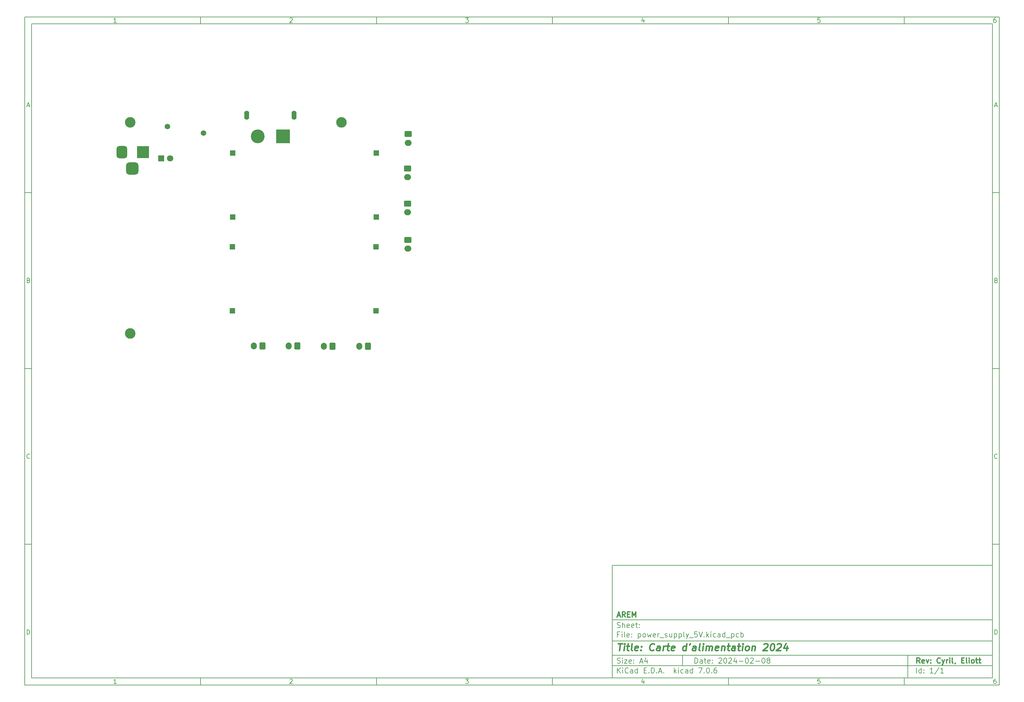
<source format=gbr>
%TF.GenerationSoftware,KiCad,Pcbnew,7.0.6*%
%TF.CreationDate,2024-02-08T22:19:59+01:00*%
%TF.ProjectId,power_supply_5V,706f7765-725f-4737-9570-706c795f3556,Cyril_ Eliott*%
%TF.SameCoordinates,Original*%
%TF.FileFunction,Soldermask,Bot*%
%TF.FilePolarity,Negative*%
%FSLAX46Y46*%
G04 Gerber Fmt 4.6, Leading zero omitted, Abs format (unit mm)*
G04 Created by KiCad (PCBNEW 7.0.6) date 2024-02-08 22:19:59*
%MOMM*%
%LPD*%
G01*
G04 APERTURE LIST*
G04 Aperture macros list*
%AMRoundRect*
0 Rectangle with rounded corners*
0 $1 Rounding radius*
0 $2 $3 $4 $5 $6 $7 $8 $9 X,Y pos of 4 corners*
0 Add a 4 corners polygon primitive as box body*
4,1,4,$2,$3,$4,$5,$6,$7,$8,$9,$2,$3,0*
0 Add four circle primitives for the rounded corners*
1,1,$1+$1,$2,$3*
1,1,$1+$1,$4,$5*
1,1,$1+$1,$6,$7*
1,1,$1+$1,$8,$9*
0 Add four rect primitives between the rounded corners*
20,1,$1+$1,$2,$3,$4,$5,0*
20,1,$1+$1,$4,$5,$6,$7,0*
20,1,$1+$1,$6,$7,$8,$9,0*
20,1,$1+$1,$8,$9,$2,$3,0*%
G04 Aperture macros list end*
%ADD10C,0.100000*%
%ADD11C,0.150000*%
%ADD12C,0.300000*%
%ADD13C,0.400000*%
%ADD14RoundRect,0.102000X-1.858000X-1.858000X1.858000X-1.858000X1.858000X1.858000X-1.858000X1.858000X0*%
%ADD15C,3.920000*%
%ADD16O,1.404000X2.604000*%
%ADD17C,3.000000*%
%ADD18RoundRect,0.250000X-0.750000X0.600000X-0.750000X-0.600000X0.750000X-0.600000X0.750000X0.600000X0*%
%ADD19O,2.000000X1.700000*%
%ADD20RoundRect,0.250000X0.600000X0.750000X-0.600000X0.750000X-0.600000X-0.750000X0.600000X-0.750000X0*%
%ADD21O,1.700000X2.000000*%
%ADD22R,1.524000X1.524000*%
%ADD23R,1.800000X1.800000*%
%ADD24C,1.800000*%
%ADD25C,1.560000*%
%ADD26R,3.500000X3.500000*%
%ADD27RoundRect,0.750000X-0.750000X-1.000000X0.750000X-1.000000X0.750000X1.000000X-0.750000X1.000000X0*%
%ADD28RoundRect,0.875000X-0.875000X-0.875000X0.875000X-0.875000X0.875000X0.875000X-0.875000X0.875000X0*%
G04 APERTURE END LIST*
D10*
D11*
X177002200Y-166007200D02*
X285002200Y-166007200D01*
X285002200Y-198007200D01*
X177002200Y-198007200D01*
X177002200Y-166007200D01*
D10*
D11*
X10000000Y-10000000D02*
X287002200Y-10000000D01*
X287002200Y-200007200D01*
X10000000Y-200007200D01*
X10000000Y-10000000D01*
D10*
D11*
X12000000Y-12000000D02*
X285002200Y-12000000D01*
X285002200Y-198007200D01*
X12000000Y-198007200D01*
X12000000Y-12000000D01*
D10*
D11*
X60000000Y-12000000D02*
X60000000Y-10000000D01*
D10*
D11*
X110000000Y-12000000D02*
X110000000Y-10000000D01*
D10*
D11*
X160000000Y-12000000D02*
X160000000Y-10000000D01*
D10*
D11*
X210000000Y-12000000D02*
X210000000Y-10000000D01*
D10*
D11*
X260000000Y-12000000D02*
X260000000Y-10000000D01*
D10*
D11*
X36089160Y-11593604D02*
X35346303Y-11593604D01*
X35717731Y-11593604D02*
X35717731Y-10293604D01*
X35717731Y-10293604D02*
X35593922Y-10479319D01*
X35593922Y-10479319D02*
X35470112Y-10603128D01*
X35470112Y-10603128D02*
X35346303Y-10665033D01*
D10*
D11*
X85346303Y-10417414D02*
X85408207Y-10355509D01*
X85408207Y-10355509D02*
X85532017Y-10293604D01*
X85532017Y-10293604D02*
X85841541Y-10293604D01*
X85841541Y-10293604D02*
X85965350Y-10355509D01*
X85965350Y-10355509D02*
X86027255Y-10417414D01*
X86027255Y-10417414D02*
X86089160Y-10541223D01*
X86089160Y-10541223D02*
X86089160Y-10665033D01*
X86089160Y-10665033D02*
X86027255Y-10850747D01*
X86027255Y-10850747D02*
X85284398Y-11593604D01*
X85284398Y-11593604D02*
X86089160Y-11593604D01*
D10*
D11*
X135284398Y-10293604D02*
X136089160Y-10293604D01*
X136089160Y-10293604D02*
X135655826Y-10788842D01*
X135655826Y-10788842D02*
X135841541Y-10788842D01*
X135841541Y-10788842D02*
X135965350Y-10850747D01*
X135965350Y-10850747D02*
X136027255Y-10912652D01*
X136027255Y-10912652D02*
X136089160Y-11036461D01*
X136089160Y-11036461D02*
X136089160Y-11345985D01*
X136089160Y-11345985D02*
X136027255Y-11469795D01*
X136027255Y-11469795D02*
X135965350Y-11531700D01*
X135965350Y-11531700D02*
X135841541Y-11593604D01*
X135841541Y-11593604D02*
X135470112Y-11593604D01*
X135470112Y-11593604D02*
X135346303Y-11531700D01*
X135346303Y-11531700D02*
X135284398Y-11469795D01*
D10*
D11*
X185965350Y-10726938D02*
X185965350Y-11593604D01*
X185655826Y-10231700D02*
X185346303Y-11160271D01*
X185346303Y-11160271D02*
X186151064Y-11160271D01*
D10*
D11*
X236027255Y-10293604D02*
X235408207Y-10293604D01*
X235408207Y-10293604D02*
X235346303Y-10912652D01*
X235346303Y-10912652D02*
X235408207Y-10850747D01*
X235408207Y-10850747D02*
X235532017Y-10788842D01*
X235532017Y-10788842D02*
X235841541Y-10788842D01*
X235841541Y-10788842D02*
X235965350Y-10850747D01*
X235965350Y-10850747D02*
X236027255Y-10912652D01*
X236027255Y-10912652D02*
X236089160Y-11036461D01*
X236089160Y-11036461D02*
X236089160Y-11345985D01*
X236089160Y-11345985D02*
X236027255Y-11469795D01*
X236027255Y-11469795D02*
X235965350Y-11531700D01*
X235965350Y-11531700D02*
X235841541Y-11593604D01*
X235841541Y-11593604D02*
X235532017Y-11593604D01*
X235532017Y-11593604D02*
X235408207Y-11531700D01*
X235408207Y-11531700D02*
X235346303Y-11469795D01*
D10*
D11*
X285965350Y-10293604D02*
X285717731Y-10293604D01*
X285717731Y-10293604D02*
X285593922Y-10355509D01*
X285593922Y-10355509D02*
X285532017Y-10417414D01*
X285532017Y-10417414D02*
X285408207Y-10603128D01*
X285408207Y-10603128D02*
X285346303Y-10850747D01*
X285346303Y-10850747D02*
X285346303Y-11345985D01*
X285346303Y-11345985D02*
X285408207Y-11469795D01*
X285408207Y-11469795D02*
X285470112Y-11531700D01*
X285470112Y-11531700D02*
X285593922Y-11593604D01*
X285593922Y-11593604D02*
X285841541Y-11593604D01*
X285841541Y-11593604D02*
X285965350Y-11531700D01*
X285965350Y-11531700D02*
X286027255Y-11469795D01*
X286027255Y-11469795D02*
X286089160Y-11345985D01*
X286089160Y-11345985D02*
X286089160Y-11036461D01*
X286089160Y-11036461D02*
X286027255Y-10912652D01*
X286027255Y-10912652D02*
X285965350Y-10850747D01*
X285965350Y-10850747D02*
X285841541Y-10788842D01*
X285841541Y-10788842D02*
X285593922Y-10788842D01*
X285593922Y-10788842D02*
X285470112Y-10850747D01*
X285470112Y-10850747D02*
X285408207Y-10912652D01*
X285408207Y-10912652D02*
X285346303Y-11036461D01*
D10*
D11*
X60000000Y-198007200D02*
X60000000Y-200007200D01*
D10*
D11*
X110000000Y-198007200D02*
X110000000Y-200007200D01*
D10*
D11*
X160000000Y-198007200D02*
X160000000Y-200007200D01*
D10*
D11*
X210000000Y-198007200D02*
X210000000Y-200007200D01*
D10*
D11*
X260000000Y-198007200D02*
X260000000Y-200007200D01*
D10*
D11*
X36089160Y-199600804D02*
X35346303Y-199600804D01*
X35717731Y-199600804D02*
X35717731Y-198300804D01*
X35717731Y-198300804D02*
X35593922Y-198486519D01*
X35593922Y-198486519D02*
X35470112Y-198610328D01*
X35470112Y-198610328D02*
X35346303Y-198672233D01*
D10*
D11*
X85346303Y-198424614D02*
X85408207Y-198362709D01*
X85408207Y-198362709D02*
X85532017Y-198300804D01*
X85532017Y-198300804D02*
X85841541Y-198300804D01*
X85841541Y-198300804D02*
X85965350Y-198362709D01*
X85965350Y-198362709D02*
X86027255Y-198424614D01*
X86027255Y-198424614D02*
X86089160Y-198548423D01*
X86089160Y-198548423D02*
X86089160Y-198672233D01*
X86089160Y-198672233D02*
X86027255Y-198857947D01*
X86027255Y-198857947D02*
X85284398Y-199600804D01*
X85284398Y-199600804D02*
X86089160Y-199600804D01*
D10*
D11*
X135284398Y-198300804D02*
X136089160Y-198300804D01*
X136089160Y-198300804D02*
X135655826Y-198796042D01*
X135655826Y-198796042D02*
X135841541Y-198796042D01*
X135841541Y-198796042D02*
X135965350Y-198857947D01*
X135965350Y-198857947D02*
X136027255Y-198919852D01*
X136027255Y-198919852D02*
X136089160Y-199043661D01*
X136089160Y-199043661D02*
X136089160Y-199353185D01*
X136089160Y-199353185D02*
X136027255Y-199476995D01*
X136027255Y-199476995D02*
X135965350Y-199538900D01*
X135965350Y-199538900D02*
X135841541Y-199600804D01*
X135841541Y-199600804D02*
X135470112Y-199600804D01*
X135470112Y-199600804D02*
X135346303Y-199538900D01*
X135346303Y-199538900D02*
X135284398Y-199476995D01*
D10*
D11*
X185965350Y-198734138D02*
X185965350Y-199600804D01*
X185655826Y-198238900D02*
X185346303Y-199167471D01*
X185346303Y-199167471D02*
X186151064Y-199167471D01*
D10*
D11*
X236027255Y-198300804D02*
X235408207Y-198300804D01*
X235408207Y-198300804D02*
X235346303Y-198919852D01*
X235346303Y-198919852D02*
X235408207Y-198857947D01*
X235408207Y-198857947D02*
X235532017Y-198796042D01*
X235532017Y-198796042D02*
X235841541Y-198796042D01*
X235841541Y-198796042D02*
X235965350Y-198857947D01*
X235965350Y-198857947D02*
X236027255Y-198919852D01*
X236027255Y-198919852D02*
X236089160Y-199043661D01*
X236089160Y-199043661D02*
X236089160Y-199353185D01*
X236089160Y-199353185D02*
X236027255Y-199476995D01*
X236027255Y-199476995D02*
X235965350Y-199538900D01*
X235965350Y-199538900D02*
X235841541Y-199600804D01*
X235841541Y-199600804D02*
X235532017Y-199600804D01*
X235532017Y-199600804D02*
X235408207Y-199538900D01*
X235408207Y-199538900D02*
X235346303Y-199476995D01*
D10*
D11*
X285965350Y-198300804D02*
X285717731Y-198300804D01*
X285717731Y-198300804D02*
X285593922Y-198362709D01*
X285593922Y-198362709D02*
X285532017Y-198424614D01*
X285532017Y-198424614D02*
X285408207Y-198610328D01*
X285408207Y-198610328D02*
X285346303Y-198857947D01*
X285346303Y-198857947D02*
X285346303Y-199353185D01*
X285346303Y-199353185D02*
X285408207Y-199476995D01*
X285408207Y-199476995D02*
X285470112Y-199538900D01*
X285470112Y-199538900D02*
X285593922Y-199600804D01*
X285593922Y-199600804D02*
X285841541Y-199600804D01*
X285841541Y-199600804D02*
X285965350Y-199538900D01*
X285965350Y-199538900D02*
X286027255Y-199476995D01*
X286027255Y-199476995D02*
X286089160Y-199353185D01*
X286089160Y-199353185D02*
X286089160Y-199043661D01*
X286089160Y-199043661D02*
X286027255Y-198919852D01*
X286027255Y-198919852D02*
X285965350Y-198857947D01*
X285965350Y-198857947D02*
X285841541Y-198796042D01*
X285841541Y-198796042D02*
X285593922Y-198796042D01*
X285593922Y-198796042D02*
X285470112Y-198857947D01*
X285470112Y-198857947D02*
X285408207Y-198919852D01*
X285408207Y-198919852D02*
X285346303Y-199043661D01*
D10*
D11*
X10000000Y-60000000D02*
X12000000Y-60000000D01*
D10*
D11*
X10000000Y-110000000D02*
X12000000Y-110000000D01*
D10*
D11*
X10000000Y-160000000D02*
X12000000Y-160000000D01*
D10*
D11*
X10690476Y-35222176D02*
X11309523Y-35222176D01*
X10566666Y-35593604D02*
X10999999Y-34293604D01*
X10999999Y-34293604D02*
X11433333Y-35593604D01*
D10*
D11*
X11092857Y-84912652D02*
X11278571Y-84974557D01*
X11278571Y-84974557D02*
X11340476Y-85036461D01*
X11340476Y-85036461D02*
X11402380Y-85160271D01*
X11402380Y-85160271D02*
X11402380Y-85345985D01*
X11402380Y-85345985D02*
X11340476Y-85469795D01*
X11340476Y-85469795D02*
X11278571Y-85531700D01*
X11278571Y-85531700D02*
X11154761Y-85593604D01*
X11154761Y-85593604D02*
X10659523Y-85593604D01*
X10659523Y-85593604D02*
X10659523Y-84293604D01*
X10659523Y-84293604D02*
X11092857Y-84293604D01*
X11092857Y-84293604D02*
X11216666Y-84355509D01*
X11216666Y-84355509D02*
X11278571Y-84417414D01*
X11278571Y-84417414D02*
X11340476Y-84541223D01*
X11340476Y-84541223D02*
X11340476Y-84665033D01*
X11340476Y-84665033D02*
X11278571Y-84788842D01*
X11278571Y-84788842D02*
X11216666Y-84850747D01*
X11216666Y-84850747D02*
X11092857Y-84912652D01*
X11092857Y-84912652D02*
X10659523Y-84912652D01*
D10*
D11*
X11402380Y-135469795D02*
X11340476Y-135531700D01*
X11340476Y-135531700D02*
X11154761Y-135593604D01*
X11154761Y-135593604D02*
X11030952Y-135593604D01*
X11030952Y-135593604D02*
X10845238Y-135531700D01*
X10845238Y-135531700D02*
X10721428Y-135407890D01*
X10721428Y-135407890D02*
X10659523Y-135284080D01*
X10659523Y-135284080D02*
X10597619Y-135036461D01*
X10597619Y-135036461D02*
X10597619Y-134850747D01*
X10597619Y-134850747D02*
X10659523Y-134603128D01*
X10659523Y-134603128D02*
X10721428Y-134479319D01*
X10721428Y-134479319D02*
X10845238Y-134355509D01*
X10845238Y-134355509D02*
X11030952Y-134293604D01*
X11030952Y-134293604D02*
X11154761Y-134293604D01*
X11154761Y-134293604D02*
X11340476Y-134355509D01*
X11340476Y-134355509D02*
X11402380Y-134417414D01*
D10*
D11*
X10659523Y-185593604D02*
X10659523Y-184293604D01*
X10659523Y-184293604D02*
X10969047Y-184293604D01*
X10969047Y-184293604D02*
X11154761Y-184355509D01*
X11154761Y-184355509D02*
X11278571Y-184479319D01*
X11278571Y-184479319D02*
X11340476Y-184603128D01*
X11340476Y-184603128D02*
X11402380Y-184850747D01*
X11402380Y-184850747D02*
X11402380Y-185036461D01*
X11402380Y-185036461D02*
X11340476Y-185284080D01*
X11340476Y-185284080D02*
X11278571Y-185407890D01*
X11278571Y-185407890D02*
X11154761Y-185531700D01*
X11154761Y-185531700D02*
X10969047Y-185593604D01*
X10969047Y-185593604D02*
X10659523Y-185593604D01*
D10*
D11*
X287002200Y-60000000D02*
X285002200Y-60000000D01*
D10*
D11*
X287002200Y-110000000D02*
X285002200Y-110000000D01*
D10*
D11*
X287002200Y-160000000D02*
X285002200Y-160000000D01*
D10*
D11*
X285692676Y-35222176D02*
X286311723Y-35222176D01*
X285568866Y-35593604D02*
X286002199Y-34293604D01*
X286002199Y-34293604D02*
X286435533Y-35593604D01*
D10*
D11*
X286095057Y-84912652D02*
X286280771Y-84974557D01*
X286280771Y-84974557D02*
X286342676Y-85036461D01*
X286342676Y-85036461D02*
X286404580Y-85160271D01*
X286404580Y-85160271D02*
X286404580Y-85345985D01*
X286404580Y-85345985D02*
X286342676Y-85469795D01*
X286342676Y-85469795D02*
X286280771Y-85531700D01*
X286280771Y-85531700D02*
X286156961Y-85593604D01*
X286156961Y-85593604D02*
X285661723Y-85593604D01*
X285661723Y-85593604D02*
X285661723Y-84293604D01*
X285661723Y-84293604D02*
X286095057Y-84293604D01*
X286095057Y-84293604D02*
X286218866Y-84355509D01*
X286218866Y-84355509D02*
X286280771Y-84417414D01*
X286280771Y-84417414D02*
X286342676Y-84541223D01*
X286342676Y-84541223D02*
X286342676Y-84665033D01*
X286342676Y-84665033D02*
X286280771Y-84788842D01*
X286280771Y-84788842D02*
X286218866Y-84850747D01*
X286218866Y-84850747D02*
X286095057Y-84912652D01*
X286095057Y-84912652D02*
X285661723Y-84912652D01*
D10*
D11*
X286404580Y-135469795D02*
X286342676Y-135531700D01*
X286342676Y-135531700D02*
X286156961Y-135593604D01*
X286156961Y-135593604D02*
X286033152Y-135593604D01*
X286033152Y-135593604D02*
X285847438Y-135531700D01*
X285847438Y-135531700D02*
X285723628Y-135407890D01*
X285723628Y-135407890D02*
X285661723Y-135284080D01*
X285661723Y-135284080D02*
X285599819Y-135036461D01*
X285599819Y-135036461D02*
X285599819Y-134850747D01*
X285599819Y-134850747D02*
X285661723Y-134603128D01*
X285661723Y-134603128D02*
X285723628Y-134479319D01*
X285723628Y-134479319D02*
X285847438Y-134355509D01*
X285847438Y-134355509D02*
X286033152Y-134293604D01*
X286033152Y-134293604D02*
X286156961Y-134293604D01*
X286156961Y-134293604D02*
X286342676Y-134355509D01*
X286342676Y-134355509D02*
X286404580Y-134417414D01*
D10*
D11*
X285661723Y-185593604D02*
X285661723Y-184293604D01*
X285661723Y-184293604D02*
X285971247Y-184293604D01*
X285971247Y-184293604D02*
X286156961Y-184355509D01*
X286156961Y-184355509D02*
X286280771Y-184479319D01*
X286280771Y-184479319D02*
X286342676Y-184603128D01*
X286342676Y-184603128D02*
X286404580Y-184850747D01*
X286404580Y-184850747D02*
X286404580Y-185036461D01*
X286404580Y-185036461D02*
X286342676Y-185284080D01*
X286342676Y-185284080D02*
X286280771Y-185407890D01*
X286280771Y-185407890D02*
X286156961Y-185531700D01*
X286156961Y-185531700D02*
X285971247Y-185593604D01*
X285971247Y-185593604D02*
X285661723Y-185593604D01*
D10*
D11*
X200458026Y-193793328D02*
X200458026Y-192293328D01*
X200458026Y-192293328D02*
X200815169Y-192293328D01*
X200815169Y-192293328D02*
X201029455Y-192364757D01*
X201029455Y-192364757D02*
X201172312Y-192507614D01*
X201172312Y-192507614D02*
X201243741Y-192650471D01*
X201243741Y-192650471D02*
X201315169Y-192936185D01*
X201315169Y-192936185D02*
X201315169Y-193150471D01*
X201315169Y-193150471D02*
X201243741Y-193436185D01*
X201243741Y-193436185D02*
X201172312Y-193579042D01*
X201172312Y-193579042D02*
X201029455Y-193721900D01*
X201029455Y-193721900D02*
X200815169Y-193793328D01*
X200815169Y-193793328D02*
X200458026Y-193793328D01*
X202600884Y-193793328D02*
X202600884Y-193007614D01*
X202600884Y-193007614D02*
X202529455Y-192864757D01*
X202529455Y-192864757D02*
X202386598Y-192793328D01*
X202386598Y-192793328D02*
X202100884Y-192793328D01*
X202100884Y-192793328D02*
X201958026Y-192864757D01*
X202600884Y-193721900D02*
X202458026Y-193793328D01*
X202458026Y-193793328D02*
X202100884Y-193793328D01*
X202100884Y-193793328D02*
X201958026Y-193721900D01*
X201958026Y-193721900D02*
X201886598Y-193579042D01*
X201886598Y-193579042D02*
X201886598Y-193436185D01*
X201886598Y-193436185D02*
X201958026Y-193293328D01*
X201958026Y-193293328D02*
X202100884Y-193221900D01*
X202100884Y-193221900D02*
X202458026Y-193221900D01*
X202458026Y-193221900D02*
X202600884Y-193150471D01*
X203100884Y-192793328D02*
X203672312Y-192793328D01*
X203315169Y-192293328D02*
X203315169Y-193579042D01*
X203315169Y-193579042D02*
X203386598Y-193721900D01*
X203386598Y-193721900D02*
X203529455Y-193793328D01*
X203529455Y-193793328D02*
X203672312Y-193793328D01*
X204743741Y-193721900D02*
X204600884Y-193793328D01*
X204600884Y-193793328D02*
X204315170Y-193793328D01*
X204315170Y-193793328D02*
X204172312Y-193721900D01*
X204172312Y-193721900D02*
X204100884Y-193579042D01*
X204100884Y-193579042D02*
X204100884Y-193007614D01*
X204100884Y-193007614D02*
X204172312Y-192864757D01*
X204172312Y-192864757D02*
X204315170Y-192793328D01*
X204315170Y-192793328D02*
X204600884Y-192793328D01*
X204600884Y-192793328D02*
X204743741Y-192864757D01*
X204743741Y-192864757D02*
X204815170Y-193007614D01*
X204815170Y-193007614D02*
X204815170Y-193150471D01*
X204815170Y-193150471D02*
X204100884Y-193293328D01*
X205458026Y-193650471D02*
X205529455Y-193721900D01*
X205529455Y-193721900D02*
X205458026Y-193793328D01*
X205458026Y-193793328D02*
X205386598Y-193721900D01*
X205386598Y-193721900D02*
X205458026Y-193650471D01*
X205458026Y-193650471D02*
X205458026Y-193793328D01*
X205458026Y-192864757D02*
X205529455Y-192936185D01*
X205529455Y-192936185D02*
X205458026Y-193007614D01*
X205458026Y-193007614D02*
X205386598Y-192936185D01*
X205386598Y-192936185D02*
X205458026Y-192864757D01*
X205458026Y-192864757D02*
X205458026Y-193007614D01*
X207243741Y-192436185D02*
X207315169Y-192364757D01*
X207315169Y-192364757D02*
X207458027Y-192293328D01*
X207458027Y-192293328D02*
X207815169Y-192293328D01*
X207815169Y-192293328D02*
X207958027Y-192364757D01*
X207958027Y-192364757D02*
X208029455Y-192436185D01*
X208029455Y-192436185D02*
X208100884Y-192579042D01*
X208100884Y-192579042D02*
X208100884Y-192721900D01*
X208100884Y-192721900D02*
X208029455Y-192936185D01*
X208029455Y-192936185D02*
X207172312Y-193793328D01*
X207172312Y-193793328D02*
X208100884Y-193793328D01*
X209029455Y-192293328D02*
X209172312Y-192293328D01*
X209172312Y-192293328D02*
X209315169Y-192364757D01*
X209315169Y-192364757D02*
X209386598Y-192436185D01*
X209386598Y-192436185D02*
X209458026Y-192579042D01*
X209458026Y-192579042D02*
X209529455Y-192864757D01*
X209529455Y-192864757D02*
X209529455Y-193221900D01*
X209529455Y-193221900D02*
X209458026Y-193507614D01*
X209458026Y-193507614D02*
X209386598Y-193650471D01*
X209386598Y-193650471D02*
X209315169Y-193721900D01*
X209315169Y-193721900D02*
X209172312Y-193793328D01*
X209172312Y-193793328D02*
X209029455Y-193793328D01*
X209029455Y-193793328D02*
X208886598Y-193721900D01*
X208886598Y-193721900D02*
X208815169Y-193650471D01*
X208815169Y-193650471D02*
X208743740Y-193507614D01*
X208743740Y-193507614D02*
X208672312Y-193221900D01*
X208672312Y-193221900D02*
X208672312Y-192864757D01*
X208672312Y-192864757D02*
X208743740Y-192579042D01*
X208743740Y-192579042D02*
X208815169Y-192436185D01*
X208815169Y-192436185D02*
X208886598Y-192364757D01*
X208886598Y-192364757D02*
X209029455Y-192293328D01*
X210100883Y-192436185D02*
X210172311Y-192364757D01*
X210172311Y-192364757D02*
X210315169Y-192293328D01*
X210315169Y-192293328D02*
X210672311Y-192293328D01*
X210672311Y-192293328D02*
X210815169Y-192364757D01*
X210815169Y-192364757D02*
X210886597Y-192436185D01*
X210886597Y-192436185D02*
X210958026Y-192579042D01*
X210958026Y-192579042D02*
X210958026Y-192721900D01*
X210958026Y-192721900D02*
X210886597Y-192936185D01*
X210886597Y-192936185D02*
X210029454Y-193793328D01*
X210029454Y-193793328D02*
X210958026Y-193793328D01*
X212243740Y-192793328D02*
X212243740Y-193793328D01*
X211886597Y-192221900D02*
X211529454Y-193293328D01*
X211529454Y-193293328D02*
X212458025Y-193293328D01*
X213029453Y-193221900D02*
X214172311Y-193221900D01*
X215172311Y-192293328D02*
X215315168Y-192293328D01*
X215315168Y-192293328D02*
X215458025Y-192364757D01*
X215458025Y-192364757D02*
X215529454Y-192436185D01*
X215529454Y-192436185D02*
X215600882Y-192579042D01*
X215600882Y-192579042D02*
X215672311Y-192864757D01*
X215672311Y-192864757D02*
X215672311Y-193221900D01*
X215672311Y-193221900D02*
X215600882Y-193507614D01*
X215600882Y-193507614D02*
X215529454Y-193650471D01*
X215529454Y-193650471D02*
X215458025Y-193721900D01*
X215458025Y-193721900D02*
X215315168Y-193793328D01*
X215315168Y-193793328D02*
X215172311Y-193793328D01*
X215172311Y-193793328D02*
X215029454Y-193721900D01*
X215029454Y-193721900D02*
X214958025Y-193650471D01*
X214958025Y-193650471D02*
X214886596Y-193507614D01*
X214886596Y-193507614D02*
X214815168Y-193221900D01*
X214815168Y-193221900D02*
X214815168Y-192864757D01*
X214815168Y-192864757D02*
X214886596Y-192579042D01*
X214886596Y-192579042D02*
X214958025Y-192436185D01*
X214958025Y-192436185D02*
X215029454Y-192364757D01*
X215029454Y-192364757D02*
X215172311Y-192293328D01*
X216243739Y-192436185D02*
X216315167Y-192364757D01*
X216315167Y-192364757D02*
X216458025Y-192293328D01*
X216458025Y-192293328D02*
X216815167Y-192293328D01*
X216815167Y-192293328D02*
X216958025Y-192364757D01*
X216958025Y-192364757D02*
X217029453Y-192436185D01*
X217029453Y-192436185D02*
X217100882Y-192579042D01*
X217100882Y-192579042D02*
X217100882Y-192721900D01*
X217100882Y-192721900D02*
X217029453Y-192936185D01*
X217029453Y-192936185D02*
X216172310Y-193793328D01*
X216172310Y-193793328D02*
X217100882Y-193793328D01*
X217743738Y-193221900D02*
X218886596Y-193221900D01*
X219886596Y-192293328D02*
X220029453Y-192293328D01*
X220029453Y-192293328D02*
X220172310Y-192364757D01*
X220172310Y-192364757D02*
X220243739Y-192436185D01*
X220243739Y-192436185D02*
X220315167Y-192579042D01*
X220315167Y-192579042D02*
X220386596Y-192864757D01*
X220386596Y-192864757D02*
X220386596Y-193221900D01*
X220386596Y-193221900D02*
X220315167Y-193507614D01*
X220315167Y-193507614D02*
X220243739Y-193650471D01*
X220243739Y-193650471D02*
X220172310Y-193721900D01*
X220172310Y-193721900D02*
X220029453Y-193793328D01*
X220029453Y-193793328D02*
X219886596Y-193793328D01*
X219886596Y-193793328D02*
X219743739Y-193721900D01*
X219743739Y-193721900D02*
X219672310Y-193650471D01*
X219672310Y-193650471D02*
X219600881Y-193507614D01*
X219600881Y-193507614D02*
X219529453Y-193221900D01*
X219529453Y-193221900D02*
X219529453Y-192864757D01*
X219529453Y-192864757D02*
X219600881Y-192579042D01*
X219600881Y-192579042D02*
X219672310Y-192436185D01*
X219672310Y-192436185D02*
X219743739Y-192364757D01*
X219743739Y-192364757D02*
X219886596Y-192293328D01*
X221243738Y-192936185D02*
X221100881Y-192864757D01*
X221100881Y-192864757D02*
X221029452Y-192793328D01*
X221029452Y-192793328D02*
X220958024Y-192650471D01*
X220958024Y-192650471D02*
X220958024Y-192579042D01*
X220958024Y-192579042D02*
X221029452Y-192436185D01*
X221029452Y-192436185D02*
X221100881Y-192364757D01*
X221100881Y-192364757D02*
X221243738Y-192293328D01*
X221243738Y-192293328D02*
X221529452Y-192293328D01*
X221529452Y-192293328D02*
X221672310Y-192364757D01*
X221672310Y-192364757D02*
X221743738Y-192436185D01*
X221743738Y-192436185D02*
X221815167Y-192579042D01*
X221815167Y-192579042D02*
X221815167Y-192650471D01*
X221815167Y-192650471D02*
X221743738Y-192793328D01*
X221743738Y-192793328D02*
X221672310Y-192864757D01*
X221672310Y-192864757D02*
X221529452Y-192936185D01*
X221529452Y-192936185D02*
X221243738Y-192936185D01*
X221243738Y-192936185D02*
X221100881Y-193007614D01*
X221100881Y-193007614D02*
X221029452Y-193079042D01*
X221029452Y-193079042D02*
X220958024Y-193221900D01*
X220958024Y-193221900D02*
X220958024Y-193507614D01*
X220958024Y-193507614D02*
X221029452Y-193650471D01*
X221029452Y-193650471D02*
X221100881Y-193721900D01*
X221100881Y-193721900D02*
X221243738Y-193793328D01*
X221243738Y-193793328D02*
X221529452Y-193793328D01*
X221529452Y-193793328D02*
X221672310Y-193721900D01*
X221672310Y-193721900D02*
X221743738Y-193650471D01*
X221743738Y-193650471D02*
X221815167Y-193507614D01*
X221815167Y-193507614D02*
X221815167Y-193221900D01*
X221815167Y-193221900D02*
X221743738Y-193079042D01*
X221743738Y-193079042D02*
X221672310Y-193007614D01*
X221672310Y-193007614D02*
X221529452Y-192936185D01*
D10*
D11*
X177002200Y-194507200D02*
X285002200Y-194507200D01*
D10*
D11*
X178458026Y-196593328D02*
X178458026Y-195093328D01*
X179315169Y-196593328D02*
X178672312Y-195736185D01*
X179315169Y-195093328D02*
X178458026Y-195950471D01*
X179958026Y-196593328D02*
X179958026Y-195593328D01*
X179958026Y-195093328D02*
X179886598Y-195164757D01*
X179886598Y-195164757D02*
X179958026Y-195236185D01*
X179958026Y-195236185D02*
X180029455Y-195164757D01*
X180029455Y-195164757D02*
X179958026Y-195093328D01*
X179958026Y-195093328D02*
X179958026Y-195236185D01*
X181529455Y-196450471D02*
X181458027Y-196521900D01*
X181458027Y-196521900D02*
X181243741Y-196593328D01*
X181243741Y-196593328D02*
X181100884Y-196593328D01*
X181100884Y-196593328D02*
X180886598Y-196521900D01*
X180886598Y-196521900D02*
X180743741Y-196379042D01*
X180743741Y-196379042D02*
X180672312Y-196236185D01*
X180672312Y-196236185D02*
X180600884Y-195950471D01*
X180600884Y-195950471D02*
X180600884Y-195736185D01*
X180600884Y-195736185D02*
X180672312Y-195450471D01*
X180672312Y-195450471D02*
X180743741Y-195307614D01*
X180743741Y-195307614D02*
X180886598Y-195164757D01*
X180886598Y-195164757D02*
X181100884Y-195093328D01*
X181100884Y-195093328D02*
X181243741Y-195093328D01*
X181243741Y-195093328D02*
X181458027Y-195164757D01*
X181458027Y-195164757D02*
X181529455Y-195236185D01*
X182815170Y-196593328D02*
X182815170Y-195807614D01*
X182815170Y-195807614D02*
X182743741Y-195664757D01*
X182743741Y-195664757D02*
X182600884Y-195593328D01*
X182600884Y-195593328D02*
X182315170Y-195593328D01*
X182315170Y-195593328D02*
X182172312Y-195664757D01*
X182815170Y-196521900D02*
X182672312Y-196593328D01*
X182672312Y-196593328D02*
X182315170Y-196593328D01*
X182315170Y-196593328D02*
X182172312Y-196521900D01*
X182172312Y-196521900D02*
X182100884Y-196379042D01*
X182100884Y-196379042D02*
X182100884Y-196236185D01*
X182100884Y-196236185D02*
X182172312Y-196093328D01*
X182172312Y-196093328D02*
X182315170Y-196021900D01*
X182315170Y-196021900D02*
X182672312Y-196021900D01*
X182672312Y-196021900D02*
X182815170Y-195950471D01*
X184172313Y-196593328D02*
X184172313Y-195093328D01*
X184172313Y-196521900D02*
X184029455Y-196593328D01*
X184029455Y-196593328D02*
X183743741Y-196593328D01*
X183743741Y-196593328D02*
X183600884Y-196521900D01*
X183600884Y-196521900D02*
X183529455Y-196450471D01*
X183529455Y-196450471D02*
X183458027Y-196307614D01*
X183458027Y-196307614D02*
X183458027Y-195879042D01*
X183458027Y-195879042D02*
X183529455Y-195736185D01*
X183529455Y-195736185D02*
X183600884Y-195664757D01*
X183600884Y-195664757D02*
X183743741Y-195593328D01*
X183743741Y-195593328D02*
X184029455Y-195593328D01*
X184029455Y-195593328D02*
X184172313Y-195664757D01*
X186029455Y-195807614D02*
X186529455Y-195807614D01*
X186743741Y-196593328D02*
X186029455Y-196593328D01*
X186029455Y-196593328D02*
X186029455Y-195093328D01*
X186029455Y-195093328D02*
X186743741Y-195093328D01*
X187386598Y-196450471D02*
X187458027Y-196521900D01*
X187458027Y-196521900D02*
X187386598Y-196593328D01*
X187386598Y-196593328D02*
X187315170Y-196521900D01*
X187315170Y-196521900D02*
X187386598Y-196450471D01*
X187386598Y-196450471D02*
X187386598Y-196593328D01*
X188100884Y-196593328D02*
X188100884Y-195093328D01*
X188100884Y-195093328D02*
X188458027Y-195093328D01*
X188458027Y-195093328D02*
X188672313Y-195164757D01*
X188672313Y-195164757D02*
X188815170Y-195307614D01*
X188815170Y-195307614D02*
X188886599Y-195450471D01*
X188886599Y-195450471D02*
X188958027Y-195736185D01*
X188958027Y-195736185D02*
X188958027Y-195950471D01*
X188958027Y-195950471D02*
X188886599Y-196236185D01*
X188886599Y-196236185D02*
X188815170Y-196379042D01*
X188815170Y-196379042D02*
X188672313Y-196521900D01*
X188672313Y-196521900D02*
X188458027Y-196593328D01*
X188458027Y-196593328D02*
X188100884Y-196593328D01*
X189600884Y-196450471D02*
X189672313Y-196521900D01*
X189672313Y-196521900D02*
X189600884Y-196593328D01*
X189600884Y-196593328D02*
X189529456Y-196521900D01*
X189529456Y-196521900D02*
X189600884Y-196450471D01*
X189600884Y-196450471D02*
X189600884Y-196593328D01*
X190243742Y-196164757D02*
X190958028Y-196164757D01*
X190100885Y-196593328D02*
X190600885Y-195093328D01*
X190600885Y-195093328D02*
X191100885Y-196593328D01*
X191600884Y-196450471D02*
X191672313Y-196521900D01*
X191672313Y-196521900D02*
X191600884Y-196593328D01*
X191600884Y-196593328D02*
X191529456Y-196521900D01*
X191529456Y-196521900D02*
X191600884Y-196450471D01*
X191600884Y-196450471D02*
X191600884Y-196593328D01*
X194600884Y-196593328D02*
X194600884Y-195093328D01*
X194743742Y-196021900D02*
X195172313Y-196593328D01*
X195172313Y-195593328D02*
X194600884Y-196164757D01*
X195815170Y-196593328D02*
X195815170Y-195593328D01*
X195815170Y-195093328D02*
X195743742Y-195164757D01*
X195743742Y-195164757D02*
X195815170Y-195236185D01*
X195815170Y-195236185D02*
X195886599Y-195164757D01*
X195886599Y-195164757D02*
X195815170Y-195093328D01*
X195815170Y-195093328D02*
X195815170Y-195236185D01*
X197172314Y-196521900D02*
X197029456Y-196593328D01*
X197029456Y-196593328D02*
X196743742Y-196593328D01*
X196743742Y-196593328D02*
X196600885Y-196521900D01*
X196600885Y-196521900D02*
X196529456Y-196450471D01*
X196529456Y-196450471D02*
X196458028Y-196307614D01*
X196458028Y-196307614D02*
X196458028Y-195879042D01*
X196458028Y-195879042D02*
X196529456Y-195736185D01*
X196529456Y-195736185D02*
X196600885Y-195664757D01*
X196600885Y-195664757D02*
X196743742Y-195593328D01*
X196743742Y-195593328D02*
X197029456Y-195593328D01*
X197029456Y-195593328D02*
X197172314Y-195664757D01*
X198458028Y-196593328D02*
X198458028Y-195807614D01*
X198458028Y-195807614D02*
X198386599Y-195664757D01*
X198386599Y-195664757D02*
X198243742Y-195593328D01*
X198243742Y-195593328D02*
X197958028Y-195593328D01*
X197958028Y-195593328D02*
X197815170Y-195664757D01*
X198458028Y-196521900D02*
X198315170Y-196593328D01*
X198315170Y-196593328D02*
X197958028Y-196593328D01*
X197958028Y-196593328D02*
X197815170Y-196521900D01*
X197815170Y-196521900D02*
X197743742Y-196379042D01*
X197743742Y-196379042D02*
X197743742Y-196236185D01*
X197743742Y-196236185D02*
X197815170Y-196093328D01*
X197815170Y-196093328D02*
X197958028Y-196021900D01*
X197958028Y-196021900D02*
X198315170Y-196021900D01*
X198315170Y-196021900D02*
X198458028Y-195950471D01*
X199815171Y-196593328D02*
X199815171Y-195093328D01*
X199815171Y-196521900D02*
X199672313Y-196593328D01*
X199672313Y-196593328D02*
X199386599Y-196593328D01*
X199386599Y-196593328D02*
X199243742Y-196521900D01*
X199243742Y-196521900D02*
X199172313Y-196450471D01*
X199172313Y-196450471D02*
X199100885Y-196307614D01*
X199100885Y-196307614D02*
X199100885Y-195879042D01*
X199100885Y-195879042D02*
X199172313Y-195736185D01*
X199172313Y-195736185D02*
X199243742Y-195664757D01*
X199243742Y-195664757D02*
X199386599Y-195593328D01*
X199386599Y-195593328D02*
X199672313Y-195593328D01*
X199672313Y-195593328D02*
X199815171Y-195664757D01*
X201529456Y-195093328D02*
X202529456Y-195093328D01*
X202529456Y-195093328D02*
X201886599Y-196593328D01*
X203100884Y-196450471D02*
X203172313Y-196521900D01*
X203172313Y-196521900D02*
X203100884Y-196593328D01*
X203100884Y-196593328D02*
X203029456Y-196521900D01*
X203029456Y-196521900D02*
X203100884Y-196450471D01*
X203100884Y-196450471D02*
X203100884Y-196593328D01*
X204100885Y-195093328D02*
X204243742Y-195093328D01*
X204243742Y-195093328D02*
X204386599Y-195164757D01*
X204386599Y-195164757D02*
X204458028Y-195236185D01*
X204458028Y-195236185D02*
X204529456Y-195379042D01*
X204529456Y-195379042D02*
X204600885Y-195664757D01*
X204600885Y-195664757D02*
X204600885Y-196021900D01*
X204600885Y-196021900D02*
X204529456Y-196307614D01*
X204529456Y-196307614D02*
X204458028Y-196450471D01*
X204458028Y-196450471D02*
X204386599Y-196521900D01*
X204386599Y-196521900D02*
X204243742Y-196593328D01*
X204243742Y-196593328D02*
X204100885Y-196593328D01*
X204100885Y-196593328D02*
X203958028Y-196521900D01*
X203958028Y-196521900D02*
X203886599Y-196450471D01*
X203886599Y-196450471D02*
X203815170Y-196307614D01*
X203815170Y-196307614D02*
X203743742Y-196021900D01*
X203743742Y-196021900D02*
X203743742Y-195664757D01*
X203743742Y-195664757D02*
X203815170Y-195379042D01*
X203815170Y-195379042D02*
X203886599Y-195236185D01*
X203886599Y-195236185D02*
X203958028Y-195164757D01*
X203958028Y-195164757D02*
X204100885Y-195093328D01*
X205243741Y-196450471D02*
X205315170Y-196521900D01*
X205315170Y-196521900D02*
X205243741Y-196593328D01*
X205243741Y-196593328D02*
X205172313Y-196521900D01*
X205172313Y-196521900D02*
X205243741Y-196450471D01*
X205243741Y-196450471D02*
X205243741Y-196593328D01*
X206600885Y-195093328D02*
X206315170Y-195093328D01*
X206315170Y-195093328D02*
X206172313Y-195164757D01*
X206172313Y-195164757D02*
X206100885Y-195236185D01*
X206100885Y-195236185D02*
X205958027Y-195450471D01*
X205958027Y-195450471D02*
X205886599Y-195736185D01*
X205886599Y-195736185D02*
X205886599Y-196307614D01*
X205886599Y-196307614D02*
X205958027Y-196450471D01*
X205958027Y-196450471D02*
X206029456Y-196521900D01*
X206029456Y-196521900D02*
X206172313Y-196593328D01*
X206172313Y-196593328D02*
X206458027Y-196593328D01*
X206458027Y-196593328D02*
X206600885Y-196521900D01*
X206600885Y-196521900D02*
X206672313Y-196450471D01*
X206672313Y-196450471D02*
X206743742Y-196307614D01*
X206743742Y-196307614D02*
X206743742Y-195950471D01*
X206743742Y-195950471D02*
X206672313Y-195807614D01*
X206672313Y-195807614D02*
X206600885Y-195736185D01*
X206600885Y-195736185D02*
X206458027Y-195664757D01*
X206458027Y-195664757D02*
X206172313Y-195664757D01*
X206172313Y-195664757D02*
X206029456Y-195736185D01*
X206029456Y-195736185D02*
X205958027Y-195807614D01*
X205958027Y-195807614D02*
X205886599Y-195950471D01*
D10*
D11*
X177002200Y-191507200D02*
X285002200Y-191507200D01*
D10*
D12*
X264413853Y-193785528D02*
X263913853Y-193071242D01*
X263556710Y-193785528D02*
X263556710Y-192285528D01*
X263556710Y-192285528D02*
X264128139Y-192285528D01*
X264128139Y-192285528D02*
X264270996Y-192356957D01*
X264270996Y-192356957D02*
X264342425Y-192428385D01*
X264342425Y-192428385D02*
X264413853Y-192571242D01*
X264413853Y-192571242D02*
X264413853Y-192785528D01*
X264413853Y-192785528D02*
X264342425Y-192928385D01*
X264342425Y-192928385D02*
X264270996Y-192999814D01*
X264270996Y-192999814D02*
X264128139Y-193071242D01*
X264128139Y-193071242D02*
X263556710Y-193071242D01*
X265628139Y-193714100D02*
X265485282Y-193785528D01*
X265485282Y-193785528D02*
X265199568Y-193785528D01*
X265199568Y-193785528D02*
X265056710Y-193714100D01*
X265056710Y-193714100D02*
X264985282Y-193571242D01*
X264985282Y-193571242D02*
X264985282Y-192999814D01*
X264985282Y-192999814D02*
X265056710Y-192856957D01*
X265056710Y-192856957D02*
X265199568Y-192785528D01*
X265199568Y-192785528D02*
X265485282Y-192785528D01*
X265485282Y-192785528D02*
X265628139Y-192856957D01*
X265628139Y-192856957D02*
X265699568Y-192999814D01*
X265699568Y-192999814D02*
X265699568Y-193142671D01*
X265699568Y-193142671D02*
X264985282Y-193285528D01*
X266199567Y-192785528D02*
X266556710Y-193785528D01*
X266556710Y-193785528D02*
X266913853Y-192785528D01*
X267485281Y-193642671D02*
X267556710Y-193714100D01*
X267556710Y-193714100D02*
X267485281Y-193785528D01*
X267485281Y-193785528D02*
X267413853Y-193714100D01*
X267413853Y-193714100D02*
X267485281Y-193642671D01*
X267485281Y-193642671D02*
X267485281Y-193785528D01*
X267485281Y-192856957D02*
X267556710Y-192928385D01*
X267556710Y-192928385D02*
X267485281Y-192999814D01*
X267485281Y-192999814D02*
X267413853Y-192928385D01*
X267413853Y-192928385D02*
X267485281Y-192856957D01*
X267485281Y-192856957D02*
X267485281Y-192999814D01*
X270199567Y-193642671D02*
X270128139Y-193714100D01*
X270128139Y-193714100D02*
X269913853Y-193785528D01*
X269913853Y-193785528D02*
X269770996Y-193785528D01*
X269770996Y-193785528D02*
X269556710Y-193714100D01*
X269556710Y-193714100D02*
X269413853Y-193571242D01*
X269413853Y-193571242D02*
X269342424Y-193428385D01*
X269342424Y-193428385D02*
X269270996Y-193142671D01*
X269270996Y-193142671D02*
X269270996Y-192928385D01*
X269270996Y-192928385D02*
X269342424Y-192642671D01*
X269342424Y-192642671D02*
X269413853Y-192499814D01*
X269413853Y-192499814D02*
X269556710Y-192356957D01*
X269556710Y-192356957D02*
X269770996Y-192285528D01*
X269770996Y-192285528D02*
X269913853Y-192285528D01*
X269913853Y-192285528D02*
X270128139Y-192356957D01*
X270128139Y-192356957D02*
X270199567Y-192428385D01*
X270699567Y-192785528D02*
X271056710Y-193785528D01*
X271413853Y-192785528D02*
X271056710Y-193785528D01*
X271056710Y-193785528D02*
X270913853Y-194142671D01*
X270913853Y-194142671D02*
X270842424Y-194214100D01*
X270842424Y-194214100D02*
X270699567Y-194285528D01*
X271985281Y-193785528D02*
X271985281Y-192785528D01*
X271985281Y-193071242D02*
X272056710Y-192928385D01*
X272056710Y-192928385D02*
X272128139Y-192856957D01*
X272128139Y-192856957D02*
X272270996Y-192785528D01*
X272270996Y-192785528D02*
X272413853Y-192785528D01*
X272913852Y-193785528D02*
X272913852Y-192785528D01*
X272913852Y-192285528D02*
X272842424Y-192356957D01*
X272842424Y-192356957D02*
X272913852Y-192428385D01*
X272913852Y-192428385D02*
X272985281Y-192356957D01*
X272985281Y-192356957D02*
X272913852Y-192285528D01*
X272913852Y-192285528D02*
X272913852Y-192428385D01*
X273842424Y-193785528D02*
X273699567Y-193714100D01*
X273699567Y-193714100D02*
X273628138Y-193571242D01*
X273628138Y-193571242D02*
X273628138Y-192285528D01*
X274485281Y-193714100D02*
X274485281Y-193785528D01*
X274485281Y-193785528D02*
X274413852Y-193928385D01*
X274413852Y-193928385D02*
X274342424Y-193999814D01*
X276270995Y-192999814D02*
X276770995Y-192999814D01*
X276985281Y-193785528D02*
X276270995Y-193785528D01*
X276270995Y-193785528D02*
X276270995Y-192285528D01*
X276270995Y-192285528D02*
X276985281Y-192285528D01*
X277842424Y-193785528D02*
X277699567Y-193714100D01*
X277699567Y-193714100D02*
X277628138Y-193571242D01*
X277628138Y-193571242D02*
X277628138Y-192285528D01*
X278413852Y-193785528D02*
X278413852Y-192785528D01*
X278413852Y-192285528D02*
X278342424Y-192356957D01*
X278342424Y-192356957D02*
X278413852Y-192428385D01*
X278413852Y-192428385D02*
X278485281Y-192356957D01*
X278485281Y-192356957D02*
X278413852Y-192285528D01*
X278413852Y-192285528D02*
X278413852Y-192428385D01*
X279342424Y-193785528D02*
X279199567Y-193714100D01*
X279199567Y-193714100D02*
X279128138Y-193642671D01*
X279128138Y-193642671D02*
X279056710Y-193499814D01*
X279056710Y-193499814D02*
X279056710Y-193071242D01*
X279056710Y-193071242D02*
X279128138Y-192928385D01*
X279128138Y-192928385D02*
X279199567Y-192856957D01*
X279199567Y-192856957D02*
X279342424Y-192785528D01*
X279342424Y-192785528D02*
X279556710Y-192785528D01*
X279556710Y-192785528D02*
X279699567Y-192856957D01*
X279699567Y-192856957D02*
X279770996Y-192928385D01*
X279770996Y-192928385D02*
X279842424Y-193071242D01*
X279842424Y-193071242D02*
X279842424Y-193499814D01*
X279842424Y-193499814D02*
X279770996Y-193642671D01*
X279770996Y-193642671D02*
X279699567Y-193714100D01*
X279699567Y-193714100D02*
X279556710Y-193785528D01*
X279556710Y-193785528D02*
X279342424Y-193785528D01*
X280270996Y-192785528D02*
X280842424Y-192785528D01*
X280485281Y-192285528D02*
X280485281Y-193571242D01*
X280485281Y-193571242D02*
X280556710Y-193714100D01*
X280556710Y-193714100D02*
X280699567Y-193785528D01*
X280699567Y-193785528D02*
X280842424Y-193785528D01*
X281128139Y-192785528D02*
X281699567Y-192785528D01*
X281342424Y-192285528D02*
X281342424Y-193571242D01*
X281342424Y-193571242D02*
X281413853Y-193714100D01*
X281413853Y-193714100D02*
X281556710Y-193785528D01*
X281556710Y-193785528D02*
X281699567Y-193785528D01*
D10*
D11*
X178386598Y-193721900D02*
X178600884Y-193793328D01*
X178600884Y-193793328D02*
X178958026Y-193793328D01*
X178958026Y-193793328D02*
X179100884Y-193721900D01*
X179100884Y-193721900D02*
X179172312Y-193650471D01*
X179172312Y-193650471D02*
X179243741Y-193507614D01*
X179243741Y-193507614D02*
X179243741Y-193364757D01*
X179243741Y-193364757D02*
X179172312Y-193221900D01*
X179172312Y-193221900D02*
X179100884Y-193150471D01*
X179100884Y-193150471D02*
X178958026Y-193079042D01*
X178958026Y-193079042D02*
X178672312Y-193007614D01*
X178672312Y-193007614D02*
X178529455Y-192936185D01*
X178529455Y-192936185D02*
X178458026Y-192864757D01*
X178458026Y-192864757D02*
X178386598Y-192721900D01*
X178386598Y-192721900D02*
X178386598Y-192579042D01*
X178386598Y-192579042D02*
X178458026Y-192436185D01*
X178458026Y-192436185D02*
X178529455Y-192364757D01*
X178529455Y-192364757D02*
X178672312Y-192293328D01*
X178672312Y-192293328D02*
X179029455Y-192293328D01*
X179029455Y-192293328D02*
X179243741Y-192364757D01*
X179886597Y-193793328D02*
X179886597Y-192793328D01*
X179886597Y-192293328D02*
X179815169Y-192364757D01*
X179815169Y-192364757D02*
X179886597Y-192436185D01*
X179886597Y-192436185D02*
X179958026Y-192364757D01*
X179958026Y-192364757D02*
X179886597Y-192293328D01*
X179886597Y-192293328D02*
X179886597Y-192436185D01*
X180458026Y-192793328D02*
X181243741Y-192793328D01*
X181243741Y-192793328D02*
X180458026Y-193793328D01*
X180458026Y-193793328D02*
X181243741Y-193793328D01*
X182386598Y-193721900D02*
X182243741Y-193793328D01*
X182243741Y-193793328D02*
X181958027Y-193793328D01*
X181958027Y-193793328D02*
X181815169Y-193721900D01*
X181815169Y-193721900D02*
X181743741Y-193579042D01*
X181743741Y-193579042D02*
X181743741Y-193007614D01*
X181743741Y-193007614D02*
X181815169Y-192864757D01*
X181815169Y-192864757D02*
X181958027Y-192793328D01*
X181958027Y-192793328D02*
X182243741Y-192793328D01*
X182243741Y-192793328D02*
X182386598Y-192864757D01*
X182386598Y-192864757D02*
X182458027Y-193007614D01*
X182458027Y-193007614D02*
X182458027Y-193150471D01*
X182458027Y-193150471D02*
X181743741Y-193293328D01*
X183100883Y-193650471D02*
X183172312Y-193721900D01*
X183172312Y-193721900D02*
X183100883Y-193793328D01*
X183100883Y-193793328D02*
X183029455Y-193721900D01*
X183029455Y-193721900D02*
X183100883Y-193650471D01*
X183100883Y-193650471D02*
X183100883Y-193793328D01*
X183100883Y-192864757D02*
X183172312Y-192936185D01*
X183172312Y-192936185D02*
X183100883Y-193007614D01*
X183100883Y-193007614D02*
X183029455Y-192936185D01*
X183029455Y-192936185D02*
X183100883Y-192864757D01*
X183100883Y-192864757D02*
X183100883Y-193007614D01*
X184886598Y-193364757D02*
X185600884Y-193364757D01*
X184743741Y-193793328D02*
X185243741Y-192293328D01*
X185243741Y-192293328D02*
X185743741Y-193793328D01*
X186886598Y-192793328D02*
X186886598Y-193793328D01*
X186529455Y-192221900D02*
X186172312Y-193293328D01*
X186172312Y-193293328D02*
X187100883Y-193293328D01*
D10*
D11*
X263458026Y-196593328D02*
X263458026Y-195093328D01*
X264815170Y-196593328D02*
X264815170Y-195093328D01*
X264815170Y-196521900D02*
X264672312Y-196593328D01*
X264672312Y-196593328D02*
X264386598Y-196593328D01*
X264386598Y-196593328D02*
X264243741Y-196521900D01*
X264243741Y-196521900D02*
X264172312Y-196450471D01*
X264172312Y-196450471D02*
X264100884Y-196307614D01*
X264100884Y-196307614D02*
X264100884Y-195879042D01*
X264100884Y-195879042D02*
X264172312Y-195736185D01*
X264172312Y-195736185D02*
X264243741Y-195664757D01*
X264243741Y-195664757D02*
X264386598Y-195593328D01*
X264386598Y-195593328D02*
X264672312Y-195593328D01*
X264672312Y-195593328D02*
X264815170Y-195664757D01*
X265529455Y-196450471D02*
X265600884Y-196521900D01*
X265600884Y-196521900D02*
X265529455Y-196593328D01*
X265529455Y-196593328D02*
X265458027Y-196521900D01*
X265458027Y-196521900D02*
X265529455Y-196450471D01*
X265529455Y-196450471D02*
X265529455Y-196593328D01*
X265529455Y-195664757D02*
X265600884Y-195736185D01*
X265600884Y-195736185D02*
X265529455Y-195807614D01*
X265529455Y-195807614D02*
X265458027Y-195736185D01*
X265458027Y-195736185D02*
X265529455Y-195664757D01*
X265529455Y-195664757D02*
X265529455Y-195807614D01*
X268172313Y-196593328D02*
X267315170Y-196593328D01*
X267743741Y-196593328D02*
X267743741Y-195093328D01*
X267743741Y-195093328D02*
X267600884Y-195307614D01*
X267600884Y-195307614D02*
X267458027Y-195450471D01*
X267458027Y-195450471D02*
X267315170Y-195521900D01*
X269886598Y-195021900D02*
X268600884Y-196950471D01*
X271172313Y-196593328D02*
X270315170Y-196593328D01*
X270743741Y-196593328D02*
X270743741Y-195093328D01*
X270743741Y-195093328D02*
X270600884Y-195307614D01*
X270600884Y-195307614D02*
X270458027Y-195450471D01*
X270458027Y-195450471D02*
X270315170Y-195521900D01*
D10*
D11*
X177002200Y-187507200D02*
X285002200Y-187507200D01*
D10*
D13*
X178693928Y-188211638D02*
X179836785Y-188211638D01*
X179015357Y-190211638D02*
X179265357Y-188211638D01*
X180253452Y-190211638D02*
X180420119Y-188878304D01*
X180503452Y-188211638D02*
X180396309Y-188306876D01*
X180396309Y-188306876D02*
X180479643Y-188402114D01*
X180479643Y-188402114D02*
X180586786Y-188306876D01*
X180586786Y-188306876D02*
X180503452Y-188211638D01*
X180503452Y-188211638D02*
X180479643Y-188402114D01*
X181086786Y-188878304D02*
X181848690Y-188878304D01*
X181455833Y-188211638D02*
X181241548Y-189925923D01*
X181241548Y-189925923D02*
X181312976Y-190116400D01*
X181312976Y-190116400D02*
X181491548Y-190211638D01*
X181491548Y-190211638D02*
X181682024Y-190211638D01*
X182634405Y-190211638D02*
X182455833Y-190116400D01*
X182455833Y-190116400D02*
X182384405Y-189925923D01*
X182384405Y-189925923D02*
X182598690Y-188211638D01*
X184170119Y-190116400D02*
X183967738Y-190211638D01*
X183967738Y-190211638D02*
X183586785Y-190211638D01*
X183586785Y-190211638D02*
X183408214Y-190116400D01*
X183408214Y-190116400D02*
X183336785Y-189925923D01*
X183336785Y-189925923D02*
X183432024Y-189164019D01*
X183432024Y-189164019D02*
X183551071Y-188973542D01*
X183551071Y-188973542D02*
X183753452Y-188878304D01*
X183753452Y-188878304D02*
X184134404Y-188878304D01*
X184134404Y-188878304D02*
X184312976Y-188973542D01*
X184312976Y-188973542D02*
X184384404Y-189164019D01*
X184384404Y-189164019D02*
X184360595Y-189354495D01*
X184360595Y-189354495D02*
X183384404Y-189544971D01*
X185134405Y-190021161D02*
X185217738Y-190116400D01*
X185217738Y-190116400D02*
X185110595Y-190211638D01*
X185110595Y-190211638D02*
X185027262Y-190116400D01*
X185027262Y-190116400D02*
X185134405Y-190021161D01*
X185134405Y-190021161D02*
X185110595Y-190211638D01*
X185265357Y-188973542D02*
X185348690Y-189068780D01*
X185348690Y-189068780D02*
X185241548Y-189164019D01*
X185241548Y-189164019D02*
X185158214Y-189068780D01*
X185158214Y-189068780D02*
X185265357Y-188973542D01*
X185265357Y-188973542D02*
X185241548Y-189164019D01*
X188753453Y-190021161D02*
X188646310Y-190116400D01*
X188646310Y-190116400D02*
X188348691Y-190211638D01*
X188348691Y-190211638D02*
X188158215Y-190211638D01*
X188158215Y-190211638D02*
X187884405Y-190116400D01*
X187884405Y-190116400D02*
X187717739Y-189925923D01*
X187717739Y-189925923D02*
X187646310Y-189735447D01*
X187646310Y-189735447D02*
X187598691Y-189354495D01*
X187598691Y-189354495D02*
X187634405Y-189068780D01*
X187634405Y-189068780D02*
X187777262Y-188687828D01*
X187777262Y-188687828D02*
X187896310Y-188497352D01*
X187896310Y-188497352D02*
X188110596Y-188306876D01*
X188110596Y-188306876D02*
X188408215Y-188211638D01*
X188408215Y-188211638D02*
X188598691Y-188211638D01*
X188598691Y-188211638D02*
X188872501Y-188306876D01*
X188872501Y-188306876D02*
X188955834Y-188402114D01*
X190443929Y-190211638D02*
X190574881Y-189164019D01*
X190574881Y-189164019D02*
X190503453Y-188973542D01*
X190503453Y-188973542D02*
X190324881Y-188878304D01*
X190324881Y-188878304D02*
X189943929Y-188878304D01*
X189943929Y-188878304D02*
X189741548Y-188973542D01*
X190455834Y-190116400D02*
X190253453Y-190211638D01*
X190253453Y-190211638D02*
X189777262Y-190211638D01*
X189777262Y-190211638D02*
X189598691Y-190116400D01*
X189598691Y-190116400D02*
X189527262Y-189925923D01*
X189527262Y-189925923D02*
X189551072Y-189735447D01*
X189551072Y-189735447D02*
X189670120Y-189544971D01*
X189670120Y-189544971D02*
X189872501Y-189449733D01*
X189872501Y-189449733D02*
X190348691Y-189449733D01*
X190348691Y-189449733D02*
X190551072Y-189354495D01*
X191396310Y-190211638D02*
X191562977Y-188878304D01*
X191515358Y-189259257D02*
X191634405Y-189068780D01*
X191634405Y-189068780D02*
X191741548Y-188973542D01*
X191741548Y-188973542D02*
X191943929Y-188878304D01*
X191943929Y-188878304D02*
X192134405Y-188878304D01*
X192515358Y-188878304D02*
X193277262Y-188878304D01*
X192884405Y-188211638D02*
X192670120Y-189925923D01*
X192670120Y-189925923D02*
X192741548Y-190116400D01*
X192741548Y-190116400D02*
X192920120Y-190211638D01*
X192920120Y-190211638D02*
X193110596Y-190211638D01*
X194551072Y-190116400D02*
X194348691Y-190211638D01*
X194348691Y-190211638D02*
X193967738Y-190211638D01*
X193967738Y-190211638D02*
X193789167Y-190116400D01*
X193789167Y-190116400D02*
X193717738Y-189925923D01*
X193717738Y-189925923D02*
X193812977Y-189164019D01*
X193812977Y-189164019D02*
X193932024Y-188973542D01*
X193932024Y-188973542D02*
X194134405Y-188878304D01*
X194134405Y-188878304D02*
X194515357Y-188878304D01*
X194515357Y-188878304D02*
X194693929Y-188973542D01*
X194693929Y-188973542D02*
X194765357Y-189164019D01*
X194765357Y-189164019D02*
X194741548Y-189354495D01*
X194741548Y-189354495D02*
X193765357Y-189544971D01*
X197872501Y-190211638D02*
X198122501Y-188211638D01*
X197884406Y-190116400D02*
X197682025Y-190211638D01*
X197682025Y-190211638D02*
X197301073Y-190211638D01*
X197301073Y-190211638D02*
X197122501Y-190116400D01*
X197122501Y-190116400D02*
X197039168Y-190021161D01*
X197039168Y-190021161D02*
X196967739Y-189830685D01*
X196967739Y-189830685D02*
X197039168Y-189259257D01*
X197039168Y-189259257D02*
X197158215Y-189068780D01*
X197158215Y-189068780D02*
X197265358Y-188973542D01*
X197265358Y-188973542D02*
X197467739Y-188878304D01*
X197467739Y-188878304D02*
X197848692Y-188878304D01*
X197848692Y-188878304D02*
X198027263Y-188973542D01*
X199170120Y-188211638D02*
X198932025Y-188592590D01*
X200634406Y-190211638D02*
X200765358Y-189164019D01*
X200765358Y-189164019D02*
X200693930Y-188973542D01*
X200693930Y-188973542D02*
X200515358Y-188878304D01*
X200515358Y-188878304D02*
X200134406Y-188878304D01*
X200134406Y-188878304D02*
X199932025Y-188973542D01*
X200646311Y-190116400D02*
X200443930Y-190211638D01*
X200443930Y-190211638D02*
X199967739Y-190211638D01*
X199967739Y-190211638D02*
X199789168Y-190116400D01*
X199789168Y-190116400D02*
X199717739Y-189925923D01*
X199717739Y-189925923D02*
X199741549Y-189735447D01*
X199741549Y-189735447D02*
X199860597Y-189544971D01*
X199860597Y-189544971D02*
X200062978Y-189449733D01*
X200062978Y-189449733D02*
X200539168Y-189449733D01*
X200539168Y-189449733D02*
X200741549Y-189354495D01*
X201872502Y-190211638D02*
X201693930Y-190116400D01*
X201693930Y-190116400D02*
X201622502Y-189925923D01*
X201622502Y-189925923D02*
X201836787Y-188211638D01*
X202634406Y-190211638D02*
X202801073Y-188878304D01*
X202884406Y-188211638D02*
X202777263Y-188306876D01*
X202777263Y-188306876D02*
X202860597Y-188402114D01*
X202860597Y-188402114D02*
X202967740Y-188306876D01*
X202967740Y-188306876D02*
X202884406Y-188211638D01*
X202884406Y-188211638D02*
X202860597Y-188402114D01*
X203586787Y-190211638D02*
X203753454Y-188878304D01*
X203729644Y-189068780D02*
X203836787Y-188973542D01*
X203836787Y-188973542D02*
X204039168Y-188878304D01*
X204039168Y-188878304D02*
X204324882Y-188878304D01*
X204324882Y-188878304D02*
X204503454Y-188973542D01*
X204503454Y-188973542D02*
X204574882Y-189164019D01*
X204574882Y-189164019D02*
X204443930Y-190211638D01*
X204574882Y-189164019D02*
X204693930Y-188973542D01*
X204693930Y-188973542D02*
X204896311Y-188878304D01*
X204896311Y-188878304D02*
X205182025Y-188878304D01*
X205182025Y-188878304D02*
X205360597Y-188973542D01*
X205360597Y-188973542D02*
X205432025Y-189164019D01*
X205432025Y-189164019D02*
X205301073Y-190211638D01*
X207027264Y-190116400D02*
X206824883Y-190211638D01*
X206824883Y-190211638D02*
X206443930Y-190211638D01*
X206443930Y-190211638D02*
X206265359Y-190116400D01*
X206265359Y-190116400D02*
X206193930Y-189925923D01*
X206193930Y-189925923D02*
X206289169Y-189164019D01*
X206289169Y-189164019D02*
X206408216Y-188973542D01*
X206408216Y-188973542D02*
X206610597Y-188878304D01*
X206610597Y-188878304D02*
X206991549Y-188878304D01*
X206991549Y-188878304D02*
X207170121Y-188973542D01*
X207170121Y-188973542D02*
X207241549Y-189164019D01*
X207241549Y-189164019D02*
X207217740Y-189354495D01*
X207217740Y-189354495D02*
X206241549Y-189544971D01*
X208134407Y-188878304D02*
X207967740Y-190211638D01*
X208110597Y-189068780D02*
X208217740Y-188973542D01*
X208217740Y-188973542D02*
X208420121Y-188878304D01*
X208420121Y-188878304D02*
X208705835Y-188878304D01*
X208705835Y-188878304D02*
X208884407Y-188973542D01*
X208884407Y-188973542D02*
X208955835Y-189164019D01*
X208955835Y-189164019D02*
X208824883Y-190211638D01*
X209658217Y-188878304D02*
X210420121Y-188878304D01*
X210027264Y-188211638D02*
X209812979Y-189925923D01*
X209812979Y-189925923D02*
X209884407Y-190116400D01*
X209884407Y-190116400D02*
X210062979Y-190211638D01*
X210062979Y-190211638D02*
X210253455Y-190211638D01*
X211777264Y-190211638D02*
X211908216Y-189164019D01*
X211908216Y-189164019D02*
X211836788Y-188973542D01*
X211836788Y-188973542D02*
X211658216Y-188878304D01*
X211658216Y-188878304D02*
X211277264Y-188878304D01*
X211277264Y-188878304D02*
X211074883Y-188973542D01*
X211789169Y-190116400D02*
X211586788Y-190211638D01*
X211586788Y-190211638D02*
X211110597Y-190211638D01*
X211110597Y-190211638D02*
X210932026Y-190116400D01*
X210932026Y-190116400D02*
X210860597Y-189925923D01*
X210860597Y-189925923D02*
X210884407Y-189735447D01*
X210884407Y-189735447D02*
X211003455Y-189544971D01*
X211003455Y-189544971D02*
X211205836Y-189449733D01*
X211205836Y-189449733D02*
X211682026Y-189449733D01*
X211682026Y-189449733D02*
X211884407Y-189354495D01*
X212610598Y-188878304D02*
X213372502Y-188878304D01*
X212979645Y-188211638D02*
X212765360Y-189925923D01*
X212765360Y-189925923D02*
X212836788Y-190116400D01*
X212836788Y-190116400D02*
X213015360Y-190211638D01*
X213015360Y-190211638D02*
X213205836Y-190211638D01*
X213872502Y-190211638D02*
X214039169Y-188878304D01*
X214122502Y-188211638D02*
X214015359Y-188306876D01*
X214015359Y-188306876D02*
X214098693Y-188402114D01*
X214098693Y-188402114D02*
X214205836Y-188306876D01*
X214205836Y-188306876D02*
X214122502Y-188211638D01*
X214122502Y-188211638D02*
X214098693Y-188402114D01*
X215110598Y-190211638D02*
X214932026Y-190116400D01*
X214932026Y-190116400D02*
X214848693Y-190021161D01*
X214848693Y-190021161D02*
X214777264Y-189830685D01*
X214777264Y-189830685D02*
X214848693Y-189259257D01*
X214848693Y-189259257D02*
X214967740Y-189068780D01*
X214967740Y-189068780D02*
X215074883Y-188973542D01*
X215074883Y-188973542D02*
X215277264Y-188878304D01*
X215277264Y-188878304D02*
X215562978Y-188878304D01*
X215562978Y-188878304D02*
X215741550Y-188973542D01*
X215741550Y-188973542D02*
X215824883Y-189068780D01*
X215824883Y-189068780D02*
X215896312Y-189259257D01*
X215896312Y-189259257D02*
X215824883Y-189830685D01*
X215824883Y-189830685D02*
X215705836Y-190021161D01*
X215705836Y-190021161D02*
X215598693Y-190116400D01*
X215598693Y-190116400D02*
X215396312Y-190211638D01*
X215396312Y-190211638D02*
X215110598Y-190211638D01*
X216801074Y-188878304D02*
X216634407Y-190211638D01*
X216777264Y-189068780D02*
X216884407Y-188973542D01*
X216884407Y-188973542D02*
X217086788Y-188878304D01*
X217086788Y-188878304D02*
X217372502Y-188878304D01*
X217372502Y-188878304D02*
X217551074Y-188973542D01*
X217551074Y-188973542D02*
X217622502Y-189164019D01*
X217622502Y-189164019D02*
X217491550Y-190211638D01*
X220098694Y-188402114D02*
X220205836Y-188306876D01*
X220205836Y-188306876D02*
X220408217Y-188211638D01*
X220408217Y-188211638D02*
X220884408Y-188211638D01*
X220884408Y-188211638D02*
X221062979Y-188306876D01*
X221062979Y-188306876D02*
X221146313Y-188402114D01*
X221146313Y-188402114D02*
X221217741Y-188592590D01*
X221217741Y-188592590D02*
X221193932Y-188783066D01*
X221193932Y-188783066D02*
X221062979Y-189068780D01*
X221062979Y-189068780D02*
X219777265Y-190211638D01*
X219777265Y-190211638D02*
X221015360Y-190211638D01*
X222503456Y-188211638D02*
X222693932Y-188211638D01*
X222693932Y-188211638D02*
X222872503Y-188306876D01*
X222872503Y-188306876D02*
X222955837Y-188402114D01*
X222955837Y-188402114D02*
X223027265Y-188592590D01*
X223027265Y-188592590D02*
X223074884Y-188973542D01*
X223074884Y-188973542D02*
X223015360Y-189449733D01*
X223015360Y-189449733D02*
X222872503Y-189830685D01*
X222872503Y-189830685D02*
X222753456Y-190021161D01*
X222753456Y-190021161D02*
X222646313Y-190116400D01*
X222646313Y-190116400D02*
X222443932Y-190211638D01*
X222443932Y-190211638D02*
X222253456Y-190211638D01*
X222253456Y-190211638D02*
X222074884Y-190116400D01*
X222074884Y-190116400D02*
X221991551Y-190021161D01*
X221991551Y-190021161D02*
X221920122Y-189830685D01*
X221920122Y-189830685D02*
X221872503Y-189449733D01*
X221872503Y-189449733D02*
X221932027Y-188973542D01*
X221932027Y-188973542D02*
X222074884Y-188592590D01*
X222074884Y-188592590D02*
X222193932Y-188402114D01*
X222193932Y-188402114D02*
X222301075Y-188306876D01*
X222301075Y-188306876D02*
X222503456Y-188211638D01*
X223908218Y-188402114D02*
X224015360Y-188306876D01*
X224015360Y-188306876D02*
X224217741Y-188211638D01*
X224217741Y-188211638D02*
X224693932Y-188211638D01*
X224693932Y-188211638D02*
X224872503Y-188306876D01*
X224872503Y-188306876D02*
X224955837Y-188402114D01*
X224955837Y-188402114D02*
X225027265Y-188592590D01*
X225027265Y-188592590D02*
X225003456Y-188783066D01*
X225003456Y-188783066D02*
X224872503Y-189068780D01*
X224872503Y-189068780D02*
X223586789Y-190211638D01*
X223586789Y-190211638D02*
X224824884Y-190211638D01*
X226705837Y-188878304D02*
X226539170Y-190211638D01*
X226324884Y-188116400D02*
X225670122Y-189544971D01*
X225670122Y-189544971D02*
X226908218Y-189544971D01*
D10*
D11*
X178958026Y-185607614D02*
X178458026Y-185607614D01*
X178458026Y-186393328D02*
X178458026Y-184893328D01*
X178458026Y-184893328D02*
X179172312Y-184893328D01*
X179743740Y-186393328D02*
X179743740Y-185393328D01*
X179743740Y-184893328D02*
X179672312Y-184964757D01*
X179672312Y-184964757D02*
X179743740Y-185036185D01*
X179743740Y-185036185D02*
X179815169Y-184964757D01*
X179815169Y-184964757D02*
X179743740Y-184893328D01*
X179743740Y-184893328D02*
X179743740Y-185036185D01*
X180672312Y-186393328D02*
X180529455Y-186321900D01*
X180529455Y-186321900D02*
X180458026Y-186179042D01*
X180458026Y-186179042D02*
X180458026Y-184893328D01*
X181815169Y-186321900D02*
X181672312Y-186393328D01*
X181672312Y-186393328D02*
X181386598Y-186393328D01*
X181386598Y-186393328D02*
X181243740Y-186321900D01*
X181243740Y-186321900D02*
X181172312Y-186179042D01*
X181172312Y-186179042D02*
X181172312Y-185607614D01*
X181172312Y-185607614D02*
X181243740Y-185464757D01*
X181243740Y-185464757D02*
X181386598Y-185393328D01*
X181386598Y-185393328D02*
X181672312Y-185393328D01*
X181672312Y-185393328D02*
X181815169Y-185464757D01*
X181815169Y-185464757D02*
X181886598Y-185607614D01*
X181886598Y-185607614D02*
X181886598Y-185750471D01*
X181886598Y-185750471D02*
X181172312Y-185893328D01*
X182529454Y-186250471D02*
X182600883Y-186321900D01*
X182600883Y-186321900D02*
X182529454Y-186393328D01*
X182529454Y-186393328D02*
X182458026Y-186321900D01*
X182458026Y-186321900D02*
X182529454Y-186250471D01*
X182529454Y-186250471D02*
X182529454Y-186393328D01*
X182529454Y-185464757D02*
X182600883Y-185536185D01*
X182600883Y-185536185D02*
X182529454Y-185607614D01*
X182529454Y-185607614D02*
X182458026Y-185536185D01*
X182458026Y-185536185D02*
X182529454Y-185464757D01*
X182529454Y-185464757D02*
X182529454Y-185607614D01*
X184386597Y-185393328D02*
X184386597Y-186893328D01*
X184386597Y-185464757D02*
X184529455Y-185393328D01*
X184529455Y-185393328D02*
X184815169Y-185393328D01*
X184815169Y-185393328D02*
X184958026Y-185464757D01*
X184958026Y-185464757D02*
X185029455Y-185536185D01*
X185029455Y-185536185D02*
X185100883Y-185679042D01*
X185100883Y-185679042D02*
X185100883Y-186107614D01*
X185100883Y-186107614D02*
X185029455Y-186250471D01*
X185029455Y-186250471D02*
X184958026Y-186321900D01*
X184958026Y-186321900D02*
X184815169Y-186393328D01*
X184815169Y-186393328D02*
X184529455Y-186393328D01*
X184529455Y-186393328D02*
X184386597Y-186321900D01*
X185958026Y-186393328D02*
X185815169Y-186321900D01*
X185815169Y-186321900D02*
X185743740Y-186250471D01*
X185743740Y-186250471D02*
X185672312Y-186107614D01*
X185672312Y-186107614D02*
X185672312Y-185679042D01*
X185672312Y-185679042D02*
X185743740Y-185536185D01*
X185743740Y-185536185D02*
X185815169Y-185464757D01*
X185815169Y-185464757D02*
X185958026Y-185393328D01*
X185958026Y-185393328D02*
X186172312Y-185393328D01*
X186172312Y-185393328D02*
X186315169Y-185464757D01*
X186315169Y-185464757D02*
X186386598Y-185536185D01*
X186386598Y-185536185D02*
X186458026Y-185679042D01*
X186458026Y-185679042D02*
X186458026Y-186107614D01*
X186458026Y-186107614D02*
X186386598Y-186250471D01*
X186386598Y-186250471D02*
X186315169Y-186321900D01*
X186315169Y-186321900D02*
X186172312Y-186393328D01*
X186172312Y-186393328D02*
X185958026Y-186393328D01*
X186958026Y-185393328D02*
X187243741Y-186393328D01*
X187243741Y-186393328D02*
X187529455Y-185679042D01*
X187529455Y-185679042D02*
X187815169Y-186393328D01*
X187815169Y-186393328D02*
X188100883Y-185393328D01*
X189243741Y-186321900D02*
X189100884Y-186393328D01*
X189100884Y-186393328D02*
X188815170Y-186393328D01*
X188815170Y-186393328D02*
X188672312Y-186321900D01*
X188672312Y-186321900D02*
X188600884Y-186179042D01*
X188600884Y-186179042D02*
X188600884Y-185607614D01*
X188600884Y-185607614D02*
X188672312Y-185464757D01*
X188672312Y-185464757D02*
X188815170Y-185393328D01*
X188815170Y-185393328D02*
X189100884Y-185393328D01*
X189100884Y-185393328D02*
X189243741Y-185464757D01*
X189243741Y-185464757D02*
X189315170Y-185607614D01*
X189315170Y-185607614D02*
X189315170Y-185750471D01*
X189315170Y-185750471D02*
X188600884Y-185893328D01*
X189958026Y-186393328D02*
X189958026Y-185393328D01*
X189958026Y-185679042D02*
X190029455Y-185536185D01*
X190029455Y-185536185D02*
X190100884Y-185464757D01*
X190100884Y-185464757D02*
X190243741Y-185393328D01*
X190243741Y-185393328D02*
X190386598Y-185393328D01*
X190529455Y-186536185D02*
X191672312Y-186536185D01*
X191958026Y-186321900D02*
X192100883Y-186393328D01*
X192100883Y-186393328D02*
X192386597Y-186393328D01*
X192386597Y-186393328D02*
X192529454Y-186321900D01*
X192529454Y-186321900D02*
X192600883Y-186179042D01*
X192600883Y-186179042D02*
X192600883Y-186107614D01*
X192600883Y-186107614D02*
X192529454Y-185964757D01*
X192529454Y-185964757D02*
X192386597Y-185893328D01*
X192386597Y-185893328D02*
X192172312Y-185893328D01*
X192172312Y-185893328D02*
X192029454Y-185821900D01*
X192029454Y-185821900D02*
X191958026Y-185679042D01*
X191958026Y-185679042D02*
X191958026Y-185607614D01*
X191958026Y-185607614D02*
X192029454Y-185464757D01*
X192029454Y-185464757D02*
X192172312Y-185393328D01*
X192172312Y-185393328D02*
X192386597Y-185393328D01*
X192386597Y-185393328D02*
X192529454Y-185464757D01*
X193886598Y-185393328D02*
X193886598Y-186393328D01*
X193243740Y-185393328D02*
X193243740Y-186179042D01*
X193243740Y-186179042D02*
X193315169Y-186321900D01*
X193315169Y-186321900D02*
X193458026Y-186393328D01*
X193458026Y-186393328D02*
X193672312Y-186393328D01*
X193672312Y-186393328D02*
X193815169Y-186321900D01*
X193815169Y-186321900D02*
X193886598Y-186250471D01*
X194600883Y-185393328D02*
X194600883Y-186893328D01*
X194600883Y-185464757D02*
X194743741Y-185393328D01*
X194743741Y-185393328D02*
X195029455Y-185393328D01*
X195029455Y-185393328D02*
X195172312Y-185464757D01*
X195172312Y-185464757D02*
X195243741Y-185536185D01*
X195243741Y-185536185D02*
X195315169Y-185679042D01*
X195315169Y-185679042D02*
X195315169Y-186107614D01*
X195315169Y-186107614D02*
X195243741Y-186250471D01*
X195243741Y-186250471D02*
X195172312Y-186321900D01*
X195172312Y-186321900D02*
X195029455Y-186393328D01*
X195029455Y-186393328D02*
X194743741Y-186393328D01*
X194743741Y-186393328D02*
X194600883Y-186321900D01*
X195958026Y-185393328D02*
X195958026Y-186893328D01*
X195958026Y-185464757D02*
X196100884Y-185393328D01*
X196100884Y-185393328D02*
X196386598Y-185393328D01*
X196386598Y-185393328D02*
X196529455Y-185464757D01*
X196529455Y-185464757D02*
X196600884Y-185536185D01*
X196600884Y-185536185D02*
X196672312Y-185679042D01*
X196672312Y-185679042D02*
X196672312Y-186107614D01*
X196672312Y-186107614D02*
X196600884Y-186250471D01*
X196600884Y-186250471D02*
X196529455Y-186321900D01*
X196529455Y-186321900D02*
X196386598Y-186393328D01*
X196386598Y-186393328D02*
X196100884Y-186393328D01*
X196100884Y-186393328D02*
X195958026Y-186321900D01*
X197529455Y-186393328D02*
X197386598Y-186321900D01*
X197386598Y-186321900D02*
X197315169Y-186179042D01*
X197315169Y-186179042D02*
X197315169Y-184893328D01*
X197958026Y-185393328D02*
X198315169Y-186393328D01*
X198672312Y-185393328D02*
X198315169Y-186393328D01*
X198315169Y-186393328D02*
X198172312Y-186750471D01*
X198172312Y-186750471D02*
X198100883Y-186821900D01*
X198100883Y-186821900D02*
X197958026Y-186893328D01*
X198886598Y-186536185D02*
X200029455Y-186536185D01*
X201100883Y-184893328D02*
X200386597Y-184893328D01*
X200386597Y-184893328D02*
X200315169Y-185607614D01*
X200315169Y-185607614D02*
X200386597Y-185536185D01*
X200386597Y-185536185D02*
X200529455Y-185464757D01*
X200529455Y-185464757D02*
X200886597Y-185464757D01*
X200886597Y-185464757D02*
X201029455Y-185536185D01*
X201029455Y-185536185D02*
X201100883Y-185607614D01*
X201100883Y-185607614D02*
X201172312Y-185750471D01*
X201172312Y-185750471D02*
X201172312Y-186107614D01*
X201172312Y-186107614D02*
X201100883Y-186250471D01*
X201100883Y-186250471D02*
X201029455Y-186321900D01*
X201029455Y-186321900D02*
X200886597Y-186393328D01*
X200886597Y-186393328D02*
X200529455Y-186393328D01*
X200529455Y-186393328D02*
X200386597Y-186321900D01*
X200386597Y-186321900D02*
X200315169Y-186250471D01*
X201600883Y-184893328D02*
X202100883Y-186393328D01*
X202100883Y-186393328D02*
X202600883Y-184893328D01*
X203100882Y-186250471D02*
X203172311Y-186321900D01*
X203172311Y-186321900D02*
X203100882Y-186393328D01*
X203100882Y-186393328D02*
X203029454Y-186321900D01*
X203029454Y-186321900D02*
X203100882Y-186250471D01*
X203100882Y-186250471D02*
X203100882Y-186393328D01*
X203815168Y-186393328D02*
X203815168Y-184893328D01*
X203958026Y-185821900D02*
X204386597Y-186393328D01*
X204386597Y-185393328D02*
X203815168Y-185964757D01*
X205029454Y-186393328D02*
X205029454Y-185393328D01*
X205029454Y-184893328D02*
X204958026Y-184964757D01*
X204958026Y-184964757D02*
X205029454Y-185036185D01*
X205029454Y-185036185D02*
X205100883Y-184964757D01*
X205100883Y-184964757D02*
X205029454Y-184893328D01*
X205029454Y-184893328D02*
X205029454Y-185036185D01*
X206386598Y-186321900D02*
X206243740Y-186393328D01*
X206243740Y-186393328D02*
X205958026Y-186393328D01*
X205958026Y-186393328D02*
X205815169Y-186321900D01*
X205815169Y-186321900D02*
X205743740Y-186250471D01*
X205743740Y-186250471D02*
X205672312Y-186107614D01*
X205672312Y-186107614D02*
X205672312Y-185679042D01*
X205672312Y-185679042D02*
X205743740Y-185536185D01*
X205743740Y-185536185D02*
X205815169Y-185464757D01*
X205815169Y-185464757D02*
X205958026Y-185393328D01*
X205958026Y-185393328D02*
X206243740Y-185393328D01*
X206243740Y-185393328D02*
X206386598Y-185464757D01*
X207672312Y-186393328D02*
X207672312Y-185607614D01*
X207672312Y-185607614D02*
X207600883Y-185464757D01*
X207600883Y-185464757D02*
X207458026Y-185393328D01*
X207458026Y-185393328D02*
X207172312Y-185393328D01*
X207172312Y-185393328D02*
X207029454Y-185464757D01*
X207672312Y-186321900D02*
X207529454Y-186393328D01*
X207529454Y-186393328D02*
X207172312Y-186393328D01*
X207172312Y-186393328D02*
X207029454Y-186321900D01*
X207029454Y-186321900D02*
X206958026Y-186179042D01*
X206958026Y-186179042D02*
X206958026Y-186036185D01*
X206958026Y-186036185D02*
X207029454Y-185893328D01*
X207029454Y-185893328D02*
X207172312Y-185821900D01*
X207172312Y-185821900D02*
X207529454Y-185821900D01*
X207529454Y-185821900D02*
X207672312Y-185750471D01*
X209029455Y-186393328D02*
X209029455Y-184893328D01*
X209029455Y-186321900D02*
X208886597Y-186393328D01*
X208886597Y-186393328D02*
X208600883Y-186393328D01*
X208600883Y-186393328D02*
X208458026Y-186321900D01*
X208458026Y-186321900D02*
X208386597Y-186250471D01*
X208386597Y-186250471D02*
X208315169Y-186107614D01*
X208315169Y-186107614D02*
X208315169Y-185679042D01*
X208315169Y-185679042D02*
X208386597Y-185536185D01*
X208386597Y-185536185D02*
X208458026Y-185464757D01*
X208458026Y-185464757D02*
X208600883Y-185393328D01*
X208600883Y-185393328D02*
X208886597Y-185393328D01*
X208886597Y-185393328D02*
X209029455Y-185464757D01*
X209386598Y-186536185D02*
X210529455Y-186536185D01*
X210886597Y-185393328D02*
X210886597Y-186893328D01*
X210886597Y-185464757D02*
X211029455Y-185393328D01*
X211029455Y-185393328D02*
X211315169Y-185393328D01*
X211315169Y-185393328D02*
X211458026Y-185464757D01*
X211458026Y-185464757D02*
X211529455Y-185536185D01*
X211529455Y-185536185D02*
X211600883Y-185679042D01*
X211600883Y-185679042D02*
X211600883Y-186107614D01*
X211600883Y-186107614D02*
X211529455Y-186250471D01*
X211529455Y-186250471D02*
X211458026Y-186321900D01*
X211458026Y-186321900D02*
X211315169Y-186393328D01*
X211315169Y-186393328D02*
X211029455Y-186393328D01*
X211029455Y-186393328D02*
X210886597Y-186321900D01*
X212886598Y-186321900D02*
X212743740Y-186393328D01*
X212743740Y-186393328D02*
X212458026Y-186393328D01*
X212458026Y-186393328D02*
X212315169Y-186321900D01*
X212315169Y-186321900D02*
X212243740Y-186250471D01*
X212243740Y-186250471D02*
X212172312Y-186107614D01*
X212172312Y-186107614D02*
X212172312Y-185679042D01*
X212172312Y-185679042D02*
X212243740Y-185536185D01*
X212243740Y-185536185D02*
X212315169Y-185464757D01*
X212315169Y-185464757D02*
X212458026Y-185393328D01*
X212458026Y-185393328D02*
X212743740Y-185393328D01*
X212743740Y-185393328D02*
X212886598Y-185464757D01*
X213529454Y-186393328D02*
X213529454Y-184893328D01*
X213529454Y-185464757D02*
X213672312Y-185393328D01*
X213672312Y-185393328D02*
X213958026Y-185393328D01*
X213958026Y-185393328D02*
X214100883Y-185464757D01*
X214100883Y-185464757D02*
X214172312Y-185536185D01*
X214172312Y-185536185D02*
X214243740Y-185679042D01*
X214243740Y-185679042D02*
X214243740Y-186107614D01*
X214243740Y-186107614D02*
X214172312Y-186250471D01*
X214172312Y-186250471D02*
X214100883Y-186321900D01*
X214100883Y-186321900D02*
X213958026Y-186393328D01*
X213958026Y-186393328D02*
X213672312Y-186393328D01*
X213672312Y-186393328D02*
X213529454Y-186321900D01*
D10*
D11*
X177002200Y-181507200D02*
X285002200Y-181507200D01*
D10*
D11*
X178386598Y-183621900D02*
X178600884Y-183693328D01*
X178600884Y-183693328D02*
X178958026Y-183693328D01*
X178958026Y-183693328D02*
X179100884Y-183621900D01*
X179100884Y-183621900D02*
X179172312Y-183550471D01*
X179172312Y-183550471D02*
X179243741Y-183407614D01*
X179243741Y-183407614D02*
X179243741Y-183264757D01*
X179243741Y-183264757D02*
X179172312Y-183121900D01*
X179172312Y-183121900D02*
X179100884Y-183050471D01*
X179100884Y-183050471D02*
X178958026Y-182979042D01*
X178958026Y-182979042D02*
X178672312Y-182907614D01*
X178672312Y-182907614D02*
X178529455Y-182836185D01*
X178529455Y-182836185D02*
X178458026Y-182764757D01*
X178458026Y-182764757D02*
X178386598Y-182621900D01*
X178386598Y-182621900D02*
X178386598Y-182479042D01*
X178386598Y-182479042D02*
X178458026Y-182336185D01*
X178458026Y-182336185D02*
X178529455Y-182264757D01*
X178529455Y-182264757D02*
X178672312Y-182193328D01*
X178672312Y-182193328D02*
X179029455Y-182193328D01*
X179029455Y-182193328D02*
X179243741Y-182264757D01*
X179886597Y-183693328D02*
X179886597Y-182193328D01*
X180529455Y-183693328D02*
X180529455Y-182907614D01*
X180529455Y-182907614D02*
X180458026Y-182764757D01*
X180458026Y-182764757D02*
X180315169Y-182693328D01*
X180315169Y-182693328D02*
X180100883Y-182693328D01*
X180100883Y-182693328D02*
X179958026Y-182764757D01*
X179958026Y-182764757D02*
X179886597Y-182836185D01*
X181815169Y-183621900D02*
X181672312Y-183693328D01*
X181672312Y-183693328D02*
X181386598Y-183693328D01*
X181386598Y-183693328D02*
X181243740Y-183621900D01*
X181243740Y-183621900D02*
X181172312Y-183479042D01*
X181172312Y-183479042D02*
X181172312Y-182907614D01*
X181172312Y-182907614D02*
X181243740Y-182764757D01*
X181243740Y-182764757D02*
X181386598Y-182693328D01*
X181386598Y-182693328D02*
X181672312Y-182693328D01*
X181672312Y-182693328D02*
X181815169Y-182764757D01*
X181815169Y-182764757D02*
X181886598Y-182907614D01*
X181886598Y-182907614D02*
X181886598Y-183050471D01*
X181886598Y-183050471D02*
X181172312Y-183193328D01*
X183100883Y-183621900D02*
X182958026Y-183693328D01*
X182958026Y-183693328D02*
X182672312Y-183693328D01*
X182672312Y-183693328D02*
X182529454Y-183621900D01*
X182529454Y-183621900D02*
X182458026Y-183479042D01*
X182458026Y-183479042D02*
X182458026Y-182907614D01*
X182458026Y-182907614D02*
X182529454Y-182764757D01*
X182529454Y-182764757D02*
X182672312Y-182693328D01*
X182672312Y-182693328D02*
X182958026Y-182693328D01*
X182958026Y-182693328D02*
X183100883Y-182764757D01*
X183100883Y-182764757D02*
X183172312Y-182907614D01*
X183172312Y-182907614D02*
X183172312Y-183050471D01*
X183172312Y-183050471D02*
X182458026Y-183193328D01*
X183600883Y-182693328D02*
X184172311Y-182693328D01*
X183815168Y-182193328D02*
X183815168Y-183479042D01*
X183815168Y-183479042D02*
X183886597Y-183621900D01*
X183886597Y-183621900D02*
X184029454Y-183693328D01*
X184029454Y-183693328D02*
X184172311Y-183693328D01*
X184672311Y-183550471D02*
X184743740Y-183621900D01*
X184743740Y-183621900D02*
X184672311Y-183693328D01*
X184672311Y-183693328D02*
X184600883Y-183621900D01*
X184600883Y-183621900D02*
X184672311Y-183550471D01*
X184672311Y-183550471D02*
X184672311Y-183693328D01*
X184672311Y-182764757D02*
X184743740Y-182836185D01*
X184743740Y-182836185D02*
X184672311Y-182907614D01*
X184672311Y-182907614D02*
X184600883Y-182836185D01*
X184600883Y-182836185D02*
X184672311Y-182764757D01*
X184672311Y-182764757D02*
X184672311Y-182907614D01*
D10*
D12*
X178485282Y-180256957D02*
X179199568Y-180256957D01*
X178342425Y-180685528D02*
X178842425Y-179185528D01*
X178842425Y-179185528D02*
X179342425Y-180685528D01*
X180699567Y-180685528D02*
X180199567Y-179971242D01*
X179842424Y-180685528D02*
X179842424Y-179185528D01*
X179842424Y-179185528D02*
X180413853Y-179185528D01*
X180413853Y-179185528D02*
X180556710Y-179256957D01*
X180556710Y-179256957D02*
X180628139Y-179328385D01*
X180628139Y-179328385D02*
X180699567Y-179471242D01*
X180699567Y-179471242D02*
X180699567Y-179685528D01*
X180699567Y-179685528D02*
X180628139Y-179828385D01*
X180628139Y-179828385D02*
X180556710Y-179899814D01*
X180556710Y-179899814D02*
X180413853Y-179971242D01*
X180413853Y-179971242D02*
X179842424Y-179971242D01*
X181342424Y-179899814D02*
X181842424Y-179899814D01*
X182056710Y-180685528D02*
X181342424Y-180685528D01*
X181342424Y-180685528D02*
X181342424Y-179185528D01*
X181342424Y-179185528D02*
X182056710Y-179185528D01*
X182699567Y-180685528D02*
X182699567Y-179185528D01*
X182699567Y-179185528D02*
X183199567Y-180256957D01*
X183199567Y-180256957D02*
X183699567Y-179185528D01*
X183699567Y-179185528D02*
X183699567Y-180685528D01*
D10*
D11*
D10*
D11*
D10*
D11*
D10*
D11*
D10*
D11*
X197002200Y-191507200D02*
X197002200Y-194507200D01*
D10*
D11*
X261002200Y-191507200D02*
X261002200Y-198007200D01*
D14*
%TO.C,J10*%
X83450000Y-44000000D03*
D15*
X76250000Y-44000000D03*
D16*
X86600000Y-38000000D03*
X73100000Y-38000000D03*
%TD*%
D17*
%TO.C,He*%
X40000000Y-100000000D03*
%TD*%
D18*
%TO.C,J5*%
X118900000Y-73400000D03*
D19*
X118900000Y-75900000D03*
%TD*%
D17*
%TO.C,H3*%
X100000000Y-40000000D03*
%TD*%
D20*
%TO.C,J7*%
X97500000Y-103700000D03*
D21*
X95000000Y-103700000D03*
%TD*%
D22*
%TO.C,U2*%
X69000000Y-75400000D03*
X69000000Y-93600000D03*
X109850000Y-75400000D03*
X109850000Y-93600000D03*
%TD*%
D20*
%TO.C,J6*%
X107600000Y-103700000D03*
D21*
X105100000Y-103700000D03*
%TD*%
D17*
%TO.C,H2*%
X40000000Y-40000000D03*
%TD*%
D23*
%TO.C,D1*%
X48825000Y-50200000D03*
D24*
X51365000Y-50200000D03*
%TD*%
D22*
%TO.C,U1*%
X69100000Y-48700000D03*
X69100000Y-66900000D03*
X109950000Y-48700000D03*
X109950000Y-66900000D03*
%TD*%
D20*
%TO.C,J9*%
X77600000Y-103600000D03*
D21*
X75100000Y-103600000D03*
%TD*%
D25*
%TO.C,F1*%
X50600000Y-41150000D03*
X60800000Y-43050000D03*
%TD*%
D20*
%TO.C,J8*%
X87500000Y-103600000D03*
D21*
X85000000Y-103600000D03*
%TD*%
D18*
%TO.C,J2*%
X119000000Y-43300000D03*
D19*
X119000000Y-45800000D03*
%TD*%
D26*
%TO.C,J1*%
X43600000Y-48442500D03*
D27*
X37600000Y-48442500D03*
D28*
X40600000Y-53142500D03*
%TD*%
D18*
%TO.C,J3*%
X118800000Y-53100000D03*
D19*
X118800000Y-55600000D03*
%TD*%
D18*
%TO.C,J4*%
X118800000Y-63100000D03*
D19*
X118800000Y-65600000D03*
%TD*%
M02*

</source>
